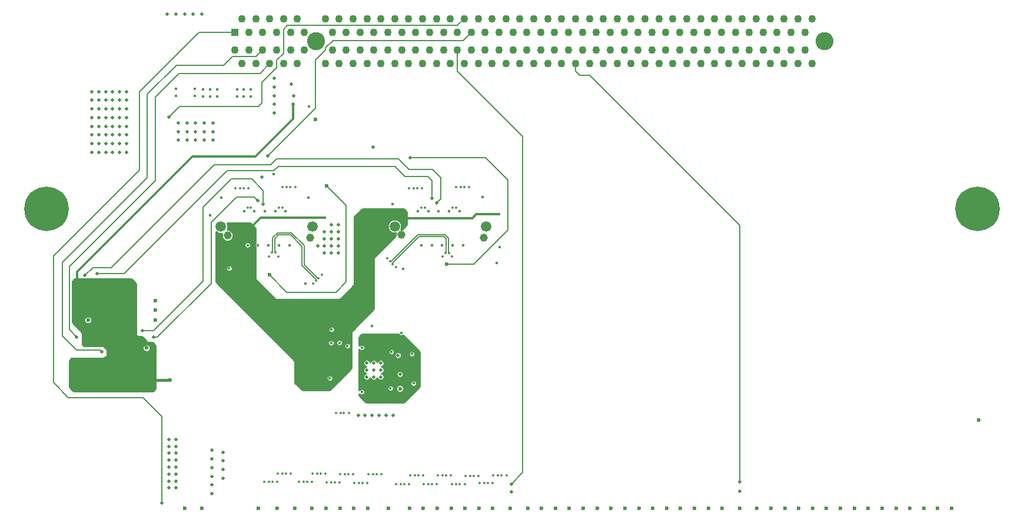
<source format=gbr>
%TF.GenerationSoftware,KiCad,Pcbnew,(5.1.5)-3*%
%TF.CreationDate,2022-01-08T01:18:32+01:00*%
%TF.ProjectId,Riser Leopard 2OU PCIe x16 2xOculink,52697365-7220-44c6-956f-706172642032,rev?*%
%TF.SameCoordinates,PX459e440PY54cbc38*%
%TF.FileFunction,Copper,L3,Inr*%
%TF.FilePolarity,Positive*%
%FSLAX46Y46*%
G04 Gerber Fmt 4.6, Leading zero omitted, Abs format (unit mm)*
G04 Created by KiCad (PCBNEW (5.1.5)-3) date 2022-01-08 01:18:32*
%MOMM*%
%LPD*%
G04 APERTURE LIST*
%TA.AperFunction,ViaPad*%
%ADD10C,0.800000*%
%TD*%
%TA.AperFunction,ViaPad*%
%ADD11C,6.400000*%
%TD*%
%TA.AperFunction,WasherPad*%
%ADD12C,2.600000*%
%TD*%
%TA.AperFunction,ViaPad*%
%ADD13R,1.100000X1.100000*%
%TD*%
%TA.AperFunction,ViaPad*%
%ADD14C,1.100000*%
%TD*%
%TA.AperFunction,ViaPad*%
%ADD15C,1.500000*%
%TD*%
%TA.AperFunction,WasherPad*%
%ADD16C,1.150000*%
%TD*%
%TA.AperFunction,ViaPad*%
%ADD17C,0.400000*%
%TD*%
%TA.AperFunction,ViaPad*%
%ADD18C,0.500000*%
%TD*%
%TA.AperFunction,ViaPad*%
%ADD19C,0.600000*%
%TD*%
%TA.AperFunction,ViaPad*%
%ADD20C,0.350000*%
%TD*%
%TA.AperFunction,Conductor*%
%ADD21C,0.300000*%
%TD*%
%TA.AperFunction,Conductor*%
%ADD22C,0.400000*%
%TD*%
%TA.AperFunction,Conductor*%
%ADD23C,0.200000*%
%TD*%
%TA.AperFunction,Conductor*%
%ADD24C,0.152400*%
%TD*%
%TA.AperFunction,Conductor*%
%ADD25C,0.254000*%
%TD*%
G04 APERTURE END LIST*
D10*
%TO.N,GND*%
%TO.C,H1*%
X1697056Y1697056D03*
X0Y2400000D03*
X-1697056Y1697056D03*
X-2400000Y0D03*
X-1697056Y-1697056D03*
X0Y-2400000D03*
X1697056Y-1697056D03*
X2400000Y0D03*
D11*
X0Y0D03*
%TD*%
%TO.N,GND*%
%TO.C,H2*%
X133900000Y0D03*
D10*
X136300000Y0D03*
X135597056Y-1697056D03*
X133900000Y-2400000D03*
X132202944Y-1697056D03*
X131500000Y0D03*
X132202944Y1697056D03*
X133900000Y2400000D03*
X135597056Y1697056D03*
%TD*%
D12*
%TO.N,*%
%TO.C,J2*%
X38740000Y24165000D03*
X111890000Y24165000D03*
D13*
%TO.N,/PCIE_SLOT_PRSNT#1*%
X27090000Y25415000D03*
D14*
%TO.N,+12V*%
X28090000Y27415000D03*
X29090000Y25415000D03*
%TO.N,GND*%
X30090000Y27415000D03*
%TO.N,Net-(J2-PadA5)*%
X31090000Y25415000D03*
%TO.N,Net-(J2-PadA6)*%
X32090000Y27415000D03*
%TO.N,Net-(J2-PadA7)*%
X33090000Y25415000D03*
%TO.N,Net-(J2-PadA8)*%
X34090000Y27415000D03*
%TO.N,+3V3*%
X35090000Y25415000D03*
X36090000Y27415000D03*
%TO.N,/RST_PERST0_N*%
X37090000Y25415000D03*
%TO.N,GND*%
X40090000Y27415000D03*
%TO.N,/CLK100_SLOT0+*%
X41090000Y25415000D03*
%TO.N,/CLK100_SLOT0-*%
X42090000Y27415000D03*
%TO.N,GND*%
X43090000Y25415000D03*
%TO.N,/CPU0_RX0+*%
X44090000Y27415000D03*
%TO.N,/CPU0_RX0-*%
X45090000Y25415000D03*
%TO.N,GND*%
X46090000Y27415000D03*
%TO.N,Net-(J2-PadA19)*%
X47090000Y25415000D03*
%TO.N,GND*%
X48090000Y27415000D03*
%TO.N,/CPU0_RX1+*%
X49090000Y25415000D03*
%TO.N,/CPU0_RX1-*%
X50090000Y27415000D03*
%TO.N,GND*%
X51090000Y25415000D03*
X52090000Y27415000D03*
%TO.N,/CPU0_RX2+*%
X53090000Y25415000D03*
%TO.N,/CPU0_RX2-*%
X54090000Y27415000D03*
%TO.N,GND*%
X55090000Y25415000D03*
X56090000Y27415000D03*
%TO.N,/CPU0_RX3+*%
X57090000Y25415000D03*
%TO.N,/CPU0_RX3-*%
X58090000Y27415000D03*
%TO.N,GND*%
X59090000Y25415000D03*
%TO.N,/LAN_SMB_CLK*%
X60090000Y27415000D03*
%TO.N,/LAN_SMB_DAT*%
X61090000Y25415000D03*
%TO.N,GND*%
X62090000Y27415000D03*
%TO.N,/CPU0_RX4+*%
X63090000Y25415000D03*
%TO.N,/CPU0_RX4-*%
X64090000Y27415000D03*
%TO.N,GND*%
X65090000Y25415000D03*
X66090000Y27415000D03*
%TO.N,/CPU0_RX5+*%
X67090000Y25415000D03*
%TO.N,/CPU0_RX5-*%
X68090000Y27415000D03*
%TO.N,GND*%
X69090000Y25415000D03*
X70090000Y27415000D03*
%TO.N,/CPU0_RX6+*%
X71090000Y25415000D03*
%TO.N,/CPU0_RX6-*%
X72090000Y27415000D03*
%TO.N,GND*%
X73090000Y25415000D03*
X74090000Y27415000D03*
%TO.N,/CPU0_RX7+*%
X75090000Y25415000D03*
%TO.N,/CPU0_RX7-*%
X76090000Y27415000D03*
%TO.N,GND*%
X77090000Y25415000D03*
X78090000Y27415000D03*
X79090000Y25415000D03*
%TO.N,/CPU0_RX8+*%
X80090000Y27415000D03*
%TO.N,/CPU0_RX8-*%
X81090000Y25415000D03*
%TO.N,GND*%
X82090000Y27415000D03*
X83090000Y25415000D03*
%TO.N,/CPU0_RX9+*%
X84090000Y27415000D03*
%TO.N,/CPU0_RX9-*%
X85090000Y25415000D03*
%TO.N,GND*%
X86090000Y27415000D03*
X87090000Y25415000D03*
%TO.N,/CPU0_RX10+*%
X88090000Y27415000D03*
%TO.N,/CPU0_RX10-*%
X89090000Y25415000D03*
%TO.N,GND*%
X90090000Y27415000D03*
X91090000Y25415000D03*
%TO.N,/CPU0_RX11+*%
X92090000Y27415000D03*
%TO.N,/CPU0_RX11-*%
X93090000Y25415000D03*
%TO.N,GND*%
X94090000Y27415000D03*
X95090000Y25415000D03*
%TO.N,/CPU0_RX12+*%
X96090000Y27415000D03*
%TO.N,/CPU0_RX12-*%
X97090000Y25415000D03*
%TO.N,GND*%
X98090000Y27415000D03*
X99090000Y25415000D03*
%TO.N,/CPU0_RX13+*%
X100090000Y27415000D03*
%TO.N,/CPU0_RX13-*%
X101090000Y25415000D03*
%TO.N,GND*%
X102090000Y27415000D03*
X103090000Y25415000D03*
%TO.N,/CPU0_RX14+*%
X104090000Y27415000D03*
%TO.N,/CPU0_RX14-*%
X105090000Y25415000D03*
%TO.N,GND*%
X106090000Y27415000D03*
X107090000Y25415000D03*
%TO.N,/CPU0_RX15+*%
X108090000Y27415000D03*
%TO.N,/CPU0_RX15-*%
X109090000Y25415000D03*
%TO.N,+12V*%
X27090000Y22915000D03*
X28090000Y20915000D03*
X29090000Y22915000D03*
%TO.N,GND*%
X30090000Y20915000D03*
%TO.N,/PCIe_SMB_CLK*%
X31090000Y22915000D03*
%TO.N,/PCIe_SMB_DATA*%
X32090000Y20915000D03*
%TO.N,GND*%
X33090000Y22915000D03*
%TO.N,+3V3*%
X34090000Y20915000D03*
%TO.N,Net-(J2-PadB9)*%
X35090000Y22915000D03*
%TO.N,+3.3Vaux*%
X36090000Y20915000D03*
%TO.N,/IRQ_LVC_WAKE_N*%
X37090000Y22915000D03*
%TO.N,/LAN_SMB_ALERT_N*%
X40090000Y20915000D03*
%TO.N,GND*%
X41090000Y22915000D03*
%TO.N,/CPU0_TX0+*%
X42090000Y20915000D03*
%TO.N,/CPU0_TX0-*%
X43090000Y22915000D03*
%TO.N,GND*%
X44090000Y20915000D03*
%TO.N,Net-(J2-PadB17)*%
X45090000Y22915000D03*
%TO.N,GND*%
X46090000Y20915000D03*
%TO.N,/CPU0_TX1+*%
X47090000Y22915000D03*
%TO.N,/CPU0_TX1-*%
X48090000Y20915000D03*
%TO.N,GND*%
X49090000Y22915000D03*
X50090000Y20915000D03*
%TO.N,/CPU0_TX2+*%
X51090000Y22915000D03*
%TO.N,/CPU0_TX2-*%
X52090000Y20915000D03*
%TO.N,GND*%
X53090000Y22915000D03*
X54090000Y20915000D03*
%TO.N,/CPU0_TX3+*%
X55090000Y22915000D03*
%TO.N,/CPU0_TX3-*%
X56090000Y20915000D03*
%TO.N,GND*%
X57090000Y22915000D03*
%TO.N,Net-(J2-PadB30)*%
X58090000Y20915000D03*
%TO.N,/PCIE_SLOT1_PRSNT_x1x4*%
X59090000Y22915000D03*
%TO.N,/CPU0_TX4+*%
X61090000Y22915000D03*
%TO.N,/CPU0_TX4-*%
X62090000Y20915000D03*
%TO.N,GND*%
X63090000Y22915000D03*
X64090000Y20915000D03*
%TO.N,/CPU0_TX5+*%
X65090000Y22915000D03*
%TO.N,/CPU0_TX5-*%
X66090000Y20915000D03*
%TO.N,GND*%
X67090000Y22915000D03*
X68090000Y20915000D03*
%TO.N,/CPU0_TX6+*%
X69090000Y22915000D03*
%TO.N,/CPU0_TX6-*%
X70090000Y20915000D03*
%TO.N,GND*%
X71090000Y22915000D03*
X72090000Y20915000D03*
%TO.N,/CPU0_TX7+*%
X73090000Y22915000D03*
%TO.N,/CPU0_TX7-*%
X74090000Y20915000D03*
%TO.N,GND*%
X75090000Y22915000D03*
%TO.N,/PCIE_SLOT1_PRSNT_x8*%
X76090000Y20915000D03*
%TO.N,GND*%
X77090000Y22915000D03*
%TO.N,/CPU0_TX8+*%
X78090000Y20915000D03*
%TO.N,/CPU0_TX8-*%
X79090000Y22915000D03*
%TO.N,GND*%
X80090000Y20915000D03*
X81090000Y22915000D03*
%TO.N,/CPU0_TX9+*%
X82090000Y20915000D03*
%TO.N,/CPU0_TX9-*%
X83090000Y22915000D03*
%TO.N,GND*%
X84090000Y20915000D03*
X85090000Y22915000D03*
%TO.N,/CPU0_TX10+*%
X86090000Y20915000D03*
%TO.N,/CPU0_TX10-*%
X87090000Y22915000D03*
%TO.N,GND*%
X88090000Y20915000D03*
X89090000Y22915000D03*
%TO.N,/CPU0_TX11+*%
X90090000Y20915000D03*
%TO.N,/CPU0_TX11-*%
X91090000Y22915000D03*
%TO.N,GND*%
X92090000Y20915000D03*
X93090000Y22915000D03*
%TO.N,/CPU0_TX12+*%
X94090000Y20915000D03*
%TO.N,/CPU0_TX12-*%
X95090000Y22915000D03*
%TO.N,GND*%
X96090000Y20915000D03*
X97090000Y22915000D03*
%TO.N,/CPU0_TX13+*%
X98090000Y20915000D03*
%TO.N,/CPU0_TX13-*%
X99090000Y22915000D03*
%TO.N,GND*%
X100090000Y20915000D03*
X101090000Y22915000D03*
%TO.N,/CPU0_TX14+*%
X102090000Y20915000D03*
%TO.N,/CPU0_TX14-*%
X103090000Y22915000D03*
%TO.N,GND*%
X104090000Y20915000D03*
X105090000Y22915000D03*
%TO.N,/CPU0_TX15+*%
X106090000Y20915000D03*
%TO.N,/CPU0_TX15-*%
X107090000Y22915000D03*
%TO.N,GND*%
X108090000Y20915000D03*
%TO.N,/PCIE_SLOT1_PRSNT_x16*%
X109090000Y22915000D03*
%TO.N,GND*%
X60090000Y20915000D03*
X110090000Y27415000D03*
%TO.N,Net-(J2-PadB82)*%
X110090000Y20915000D03*
%TD*%
D15*
%TO.N,GND*%
%TO.C,J3*%
X50070000Y-2470000D03*
X63230000Y-2470000D03*
D16*
%TO.N,*%
X51030000Y-3730000D03*
X62930000Y-4090000D03*
%TD*%
%TO.N,*%
%TO.C,J4*%
X37930000Y-4150000D03*
X26030000Y-3790000D03*
D15*
%TO.N,GND*%
X38230000Y-2530000D03*
X25070000Y-2530000D03*
%TD*%
D17*
%TO.N,+12V*%
X65175000Y-5460000D03*
X23525000Y-910000D03*
D18*
X17625000Y-33135000D03*
X18625000Y-33135000D03*
X17625000Y-34135000D03*
X18625000Y-34135000D03*
X17625000Y-35135000D03*
X18625000Y-35135000D03*
X17625000Y-36135000D03*
X18625000Y-36135000D03*
X17625000Y-37135000D03*
X18625000Y-37135000D03*
X17625000Y-38135000D03*
X18625000Y-38135000D03*
X17625000Y-39135000D03*
X18625000Y-39135000D03*
X17625000Y-40135000D03*
X18625000Y-40135000D03*
X6500000Y16915000D03*
X7500000Y16915000D03*
X8500000Y16915000D03*
X9500000Y16915000D03*
X10500000Y16915000D03*
X11500000Y16915000D03*
X6500000Y15665000D03*
X7500000Y15665000D03*
X8500000Y15665000D03*
X9500000Y15665000D03*
X10500000Y15665000D03*
X11500000Y15665000D03*
X6500000Y14415000D03*
X7500000Y14415000D03*
X8500000Y14415000D03*
X9500000Y14415000D03*
X10500000Y14415000D03*
X11500000Y14415000D03*
X6500000Y13165000D03*
X7500000Y13165000D03*
X8500000Y13165000D03*
X9500000Y13165000D03*
X10500000Y13165000D03*
X11500000Y13165000D03*
X6500000Y11915000D03*
X7500000Y11915000D03*
X8500000Y11915000D03*
X9500000Y11915000D03*
X10500000Y11915000D03*
X11500000Y11915000D03*
X6500000Y10665000D03*
X7500000Y10665000D03*
X8500000Y10665000D03*
X9500000Y10665000D03*
X10500000Y10665000D03*
X11500000Y10665000D03*
X6500000Y9415000D03*
X7500000Y9415000D03*
X8500000Y9415000D03*
X9500000Y9415000D03*
X10500000Y9415000D03*
X11500000Y9415000D03*
X6500000Y8165000D03*
X7500000Y8165000D03*
X8500000Y8165000D03*
X9500000Y8165000D03*
X10500000Y8165000D03*
X11500000Y8165000D03*
X39050000Y-5285000D03*
X40975000Y-2285000D03*
X41975000Y-2285000D03*
X39975000Y-3285000D03*
X40975000Y-3285000D03*
X41975000Y-3285000D03*
X39975000Y-4285000D03*
X40975000Y-4285000D03*
X41975000Y-4285000D03*
X39975000Y-5285000D03*
X40975000Y-5285000D03*
X41975000Y-5285000D03*
X39975000Y-6285000D03*
X40975000Y-6285000D03*
X41975000Y-6285000D03*
%TO.N,GND*%
X46050000Y-22160000D03*
D19*
X5950000Y-15985000D03*
X22350000Y-43085000D03*
X19850000Y-43085000D03*
X130200000Y-43085000D03*
X134100000Y-30385000D03*
X128200000Y-43085000D03*
X126200000Y-43085000D03*
X124200000Y-43085000D03*
X122200000Y-43085000D03*
X120200000Y-43085000D03*
X118200000Y-43085000D03*
X116200000Y-43085000D03*
X114200000Y-43085000D03*
X112200000Y-43085000D03*
X110200000Y-43085000D03*
X108200000Y-43085000D03*
X106200000Y-43085000D03*
X104200000Y-43085000D03*
X102200000Y-43085000D03*
X99700000Y-43085000D03*
X97200000Y-43085000D03*
X95200000Y-43085000D03*
X93200000Y-43085000D03*
X91200000Y-43085000D03*
X89200000Y-43085000D03*
X87200000Y-43085000D03*
X85200000Y-43085000D03*
X83200000Y-43085000D03*
X81200000Y-43085000D03*
X79200000Y-43085000D03*
X77200000Y-43085000D03*
X75200000Y-43085000D03*
X73200000Y-43085000D03*
X71200000Y-43085000D03*
X69200000Y-43085000D03*
X66700000Y-43085000D03*
X64200000Y-43085000D03*
X62200000Y-43085000D03*
X60200000Y-43085000D03*
X58200000Y-43085000D03*
X56200000Y-43085000D03*
X54200000Y-43085000D03*
X52200000Y-43085000D03*
X35700000Y-43085000D03*
X33200000Y-43085000D03*
X30450000Y-43085000D03*
X49200000Y-43085000D03*
X46200000Y-43085000D03*
X44200000Y-43085000D03*
X42200000Y-43085000D03*
X40200000Y-43085000D03*
X38200000Y-43085000D03*
X15625000Y-13135000D03*
X50825000Y-25835000D03*
X15625000Y-15985000D03*
D17*
X59390000Y-335000D03*
X57890000Y-335000D03*
X56390000Y-335000D03*
X54890000Y-335000D03*
X53390000Y-335000D03*
X53910000Y-5185000D03*
X55410000Y-5185000D03*
X56910000Y-5185000D03*
X58410000Y-5185000D03*
X59910000Y-5185000D03*
X29890000Y-335000D03*
X28390000Y-335000D03*
X31390000Y-335000D03*
X34390000Y-335000D03*
X32890000Y-335000D03*
X28910000Y-5185000D03*
X30410000Y-5185000D03*
X31910000Y-5185000D03*
X34910000Y-5185000D03*
X33410000Y-5185000D03*
X52550000Y-20835000D03*
X51025000Y-17810000D03*
X52800000Y-25060000D03*
X40725000Y-24335000D03*
X45325000Y-26310000D03*
X49450000Y-25785000D03*
X45325000Y-19935000D03*
X49600000Y-20535000D03*
X46825000Y-16810000D03*
X26250000Y-8535000D03*
X25125000Y1640000D03*
X37675000Y1665000D03*
X62750000Y1715000D03*
X51275000Y-8585000D03*
X64775000Y-7785000D03*
X37700000Y14740000D03*
X27375000Y17215000D03*
X28375000Y17215000D03*
X29375000Y17215000D03*
X27375000Y16215000D03*
X28375000Y16215000D03*
X29375000Y16215000D03*
X22500000Y16240000D03*
X23500000Y17240000D03*
X23500000Y16240000D03*
X24500000Y16240000D03*
X24500000Y17240000D03*
X22500000Y17240000D03*
X18600000Y17265000D03*
X18600000Y16265000D03*
X21350000Y17265000D03*
X21350000Y16265000D03*
D19*
X14350000Y-19985000D03*
X15625000Y-14535000D03*
D17*
X49775000Y715000D03*
D18*
X17350000Y28090000D03*
X18600000Y28090000D03*
X19850000Y28090000D03*
X21100000Y28090000D03*
X22350000Y28090000D03*
X47050000Y-22160000D03*
X48050000Y-22160000D03*
X46050000Y-23160000D03*
X47050000Y-23160000D03*
X48050000Y-23160000D03*
X46050000Y-24160000D03*
X47050000Y-24160000D03*
X48050000Y-24160000D03*
D17*
X40975000Y-17335000D03*
X43275000Y-19685000D03*
X42125000Y-19235000D03*
X40925000Y-19260000D03*
D18*
X44825000Y-29660000D03*
X45825000Y-29660000D03*
X46825000Y-29660000D03*
X47825000Y-29660000D03*
X48825000Y-29660000D03*
X49825000Y-29660000D03*
D17*
X37200000Y-10760000D03*
D20*
X31300000Y-39260000D03*
X33175000Y-39260000D03*
X33275000Y-38060000D03*
X35150000Y-38060000D03*
X36275000Y-39285000D03*
X38150000Y-39285000D03*
X40125000Y-38085000D03*
X38250000Y-38085000D03*
X40275000Y-39360000D03*
X42150000Y-39360000D03*
X44125000Y-38160000D03*
X42250000Y-38160000D03*
X44275000Y-39410000D03*
X46150000Y-39410000D03*
X46275000Y-38160000D03*
X48150000Y-38160000D03*
X52275000Y-38335000D03*
X60275000Y-38385000D03*
X52125000Y-39585000D03*
X58275000Y-39560000D03*
X60150000Y-39560000D03*
X54275000Y-39560000D03*
X58150000Y-38335000D03*
X54150000Y-38335000D03*
X56150000Y-39560000D03*
X50250000Y-39585000D03*
X56275000Y-38335000D03*
X62150000Y-38385000D03*
X64150000Y-39460000D03*
X62275000Y-39460000D03*
X66150000Y-38360000D03*
X64275000Y-38360000D03*
X43525000Y-29385000D03*
X41650000Y-29385000D03*
X27150000Y2965000D03*
X29025000Y2965000D03*
X35775000Y3140000D03*
X33900000Y3140000D03*
X52150000Y2965000D03*
X54025000Y2965000D03*
X58875000Y3140000D03*
X60750000Y3140000D03*
X57000000Y-6860000D03*
X58300000Y-6860000D03*
X33300000Y-6785000D03*
X32000000Y-6785000D03*
X38300000Y-10735000D03*
X39625000Y-9485000D03*
X50250000Y-8385000D03*
X49000000Y-7060000D03*
D18*
%TO.N,+3V3*%
X25400000Y-34985000D03*
X50550000Y-21035000D03*
X50825000Y-23760000D03*
X40950000Y-22060000D03*
X42100000Y-22060000D03*
X43250000Y-22060000D03*
D17*
X65050000Y-735000D03*
X40025000Y-1210000D03*
X32675000Y5015000D03*
D18*
X32775000Y13815000D03*
X32775000Y15065000D03*
X32775000Y16315000D03*
X32775000Y17565000D03*
X32775000Y18815000D03*
X18925000Y12415000D03*
X20175000Y12415000D03*
X21425000Y12415000D03*
X22675000Y12415000D03*
X23925000Y12415000D03*
X18925000Y11165000D03*
X20175000Y11165000D03*
X21425000Y11165000D03*
X22675000Y11165000D03*
X23925000Y11165000D03*
X18925000Y9915000D03*
X20175000Y9915000D03*
X21425000Y9915000D03*
X22675000Y9915000D03*
X23925000Y9915000D03*
X23775000Y-34710000D03*
X23775000Y-35960000D03*
X23775000Y-37210000D03*
X23775000Y-38460000D03*
X23775000Y-39710000D03*
X23775000Y-40960000D03*
X25400000Y-36235000D03*
X25400000Y-37485000D03*
X25400000Y-38735000D03*
X39700000Y-22335000D03*
X39700000Y-23335000D03*
X39700000Y-24335000D03*
X39700000Y-25335000D03*
X38675000Y-23335000D03*
X38675000Y-24335000D03*
D17*
X25350000Y-10235000D03*
D18*
X44800000Y-5060000D03*
X45800000Y-5060000D03*
X46800000Y-5060000D03*
X44800000Y-6060000D03*
X45800000Y-6060000D03*
X46800000Y-6060000D03*
X46800000Y-4060000D03*
X45800000Y-4060000D03*
X44800000Y-4060000D03*
D17*
X48000000Y-2685000D03*
D18*
%TO.N,+3.3Vaux*%
X35200000Y17990000D03*
D19*
X14800000Y-24585000D03*
X10300000Y-24585000D03*
X9550000Y-11385000D03*
X10850000Y-11385000D03*
X8250000Y-11385000D03*
X6950000Y-11385000D03*
X5650000Y-11385000D03*
X4350000Y-11385000D03*
X6650000Y-25385000D03*
X7975000Y-25435000D03*
D18*
X35500000Y16315000D03*
X35475000Y15140000D03*
D19*
X9300000Y-25435000D03*
X4100000Y-22785000D03*
X17800000Y-24585000D03*
D18*
%TO.N,/SLOT0_CONFIG*%
X66875000Y-40685000D03*
%TO.N,/SLOT1_CONFIG*%
X99700000Y-40610000D03*
%TO.N,/LAN_SMB_CLK*%
X17600000Y13265000D03*
%TO.N,/LAN_SMB_DAT*%
X31825000Y7640000D03*
D19*
%TO.N,/LAN_SMB_ALERT_N*%
X38700000Y12890000D03*
D18*
%TO.N,/PCIE_SLOT1_PRSNT_x8*%
X99750000Y-39210000D03*
%TO.N,/PCIE_SLOT1_PRSNT_x1x4*%
X66850000Y-39585000D03*
%TO.N,/PCIE_SLOT_PRSNT#1*%
X16600000Y-42335000D03*
%TO.N,/RST_PERST0_N*%
X30950000Y4640000D03*
X46950000Y8915000D03*
D20*
%TO.N,/CLK100_SLOT1+*%
X42273800Y-29385000D03*
%TO.N,/CLK100_SLOT1-*%
X42776200Y-29385000D03*
D18*
%TO.N,/PCIe_SMB_CLK*%
X7975000Y-20560000D03*
%TO.N,/PCIe_SMB_DATA*%
X4325000Y-18385000D03*
D20*
%TO.N,/Oculink_0_C_x4_TX0+*%
X27823800Y2965000D03*
X31948800Y-39260000D03*
%TO.N,/Oculink_0_C_x4_TX1+*%
X28898800Y240000D03*
X36948800Y-39285000D03*
%TO.N,/Oculink_0_C_x4_TX2+*%
X33398800Y240000D03*
X40948800Y-39360000D03*
%TO.N,/Oculink_0_C_x4_TX3+*%
X34563800Y3140000D03*
X44948800Y-39410000D03*
%TO.N,/Oculink_0_C_x4_TX0-*%
X28326200Y2965000D03*
X32451200Y-39260000D03*
%TO.N,/Oculink_0_C_x4_TX1-*%
X29401200Y240000D03*
X37451200Y-39285000D03*
%TO.N,/Oculink_0_C_x4_TX2-*%
X33901200Y240000D03*
X41451200Y-39360000D03*
%TO.N,/Oculink_0_C_x4_TX3-*%
X35066200Y3140000D03*
X45451200Y-39410000D03*
D18*
%TO.N,+3.3VP*%
X48800000Y-19885000D03*
X46800000Y-18735000D03*
X46800000Y-19510000D03*
X49350000Y-19410000D03*
X46475000Y-26710000D03*
X47525000Y-26735000D03*
X49200000Y-26685000D03*
X52225000Y-22685000D03*
X53450000Y-23285000D03*
D20*
%TO.N,/Oculink_1_C_x4_TX0+*%
X50948800Y-39585000D03*
X52823800Y2965000D03*
%TO.N,/Oculink_1_C_x4_TX1+*%
X53898800Y240000D03*
X54948800Y-39560000D03*
%TO.N,/Oculink_1_C_x4_TX2+*%
X58948800Y-39560000D03*
X58398800Y240000D03*
%TO.N,/Oculink_1_C_x4_TX3+*%
X59563800Y3140000D03*
X62948800Y-39460000D03*
%TO.N,/Oculink_1_C_x4_TX0-*%
X51451200Y-39585000D03*
X53326200Y2965000D03*
%TO.N,/Oculink_1_C_x4_TX1-*%
X54401200Y240000D03*
X55451200Y-39560000D03*
%TO.N,/Oculink_1_C_x4_TX2-*%
X59451200Y-39560000D03*
X58901200Y240000D03*
%TO.N,/Oculink_1_C_x4_TX3-*%
X60066200Y3140000D03*
X63451200Y-39460000D03*
%TO.N,/Oculink_0_x4_RX0+*%
X33948800Y-38060000D03*
%TO.N,/Oculink_0_x4_RX0-*%
X34451200Y-38060000D03*
%TO.N,/Oculink_0_x4_RX1+*%
X38948800Y-38085000D03*
%TO.N,/Oculink_0_x4_RX1-*%
X39451200Y-38085000D03*
%TO.N,/Oculink_0_x4_RX2+*%
X42948800Y-38135000D03*
%TO.N,/Oculink_0_x4_RX2-*%
X43451200Y-38135000D03*
%TO.N,/Oculink_0_x4_RX3+*%
X46948800Y-38160000D03*
%TO.N,/Oculink_0_x4_RX3-*%
X47451200Y-38160000D03*
%TO.N,/Oculink_1_x4_RX0+*%
X52948800Y-38335000D03*
%TO.N,/Oculink_1_x4_RX0-*%
X53451200Y-38335000D03*
%TO.N,/Oculink_1_x4_RX1+*%
X56948800Y-38335000D03*
%TO.N,/Oculink_1_x4_RX1-*%
X57451200Y-38335000D03*
%TO.N,/Oculink_1_x4_RX2+*%
X60948800Y-38385000D03*
%TO.N,/Oculink_1_x4_RX2-*%
X61451200Y-38385000D03*
%TO.N,/Oculink_1_x4_RX3+*%
X64948800Y-38360000D03*
%TO.N,/Oculink_1_x4_RX3-*%
X65451200Y-38360000D03*
D19*
%TO.N,Net-(J3-PadA10)*%
X57550000Y-7960000D03*
D18*
X52325000Y7365000D03*
D20*
%TO.N,/Oculink_1_CLK100+*%
X57398800Y-6285000D03*
X49777626Y-7887626D03*
%TO.N,/Oculink_1_CLK100-*%
X57901200Y-6285000D03*
X49422374Y-7532374D03*
D18*
%TO.N,/Oculink_1_SMB_CLK*%
X55400000Y1590000D03*
X7275000Y-9310000D03*
%TO.N,/Oculink_1_SMB_DATA*%
X56150000Y915000D03*
X5525000Y-9535000D03*
%TO.N,/Oculink_0_SMB_DATA*%
X13775000Y-17535000D03*
X31175000Y740000D03*
%TO.N,/Oculink_0_SMB_CLK*%
X30400000Y1215000D03*
X15375000Y-18435000D03*
D20*
%TO.N,/Oculink_0_CLK100-*%
X32901200Y-6235000D03*
X38772374Y-10287626D03*
%TO.N,/Oculink_0_CLK100+*%
X32398800Y-6235000D03*
X39127626Y-9932374D03*
D19*
%TO.N,Net-(J4-PadA10)*%
X32075000Y-9485000D03*
X40300000Y3340000D03*
%TD*%
D21*
%TO.N,+3V3*%
X40025000Y-1210000D02*
X30775000Y-1210000D01*
X30775000Y-1210000D02*
X25350000Y-6635000D01*
X25350000Y-6635000D02*
X25350000Y-10235000D01*
X61825000Y-735000D02*
X61250000Y-1310000D01*
X61250000Y-1310000D02*
X50975000Y-1310000D01*
X50975000Y-1310000D02*
X50550000Y-885000D01*
X50550000Y-885000D02*
X49375000Y-885000D01*
X61825000Y-735000D02*
X65050000Y-735000D01*
X49375000Y-885000D02*
X49125000Y-885000D01*
X49125000Y-885000D02*
X48000000Y-2010000D01*
X48000000Y-2010000D02*
X48000000Y-2685000D01*
D22*
%TO.N,+3.3Vaux*%
X14800000Y-24585000D02*
X17125000Y-24585000D01*
D21*
X35475000Y15140000D02*
X35475000Y12965000D01*
X35475000Y12965000D02*
X30075000Y7565000D01*
X30075000Y7565000D02*
X20975000Y7565000D01*
X4350000Y-9060000D02*
X4350000Y-11385000D01*
X20975000Y7565000D02*
X4350000Y-9060000D01*
D22*
X17125000Y-24585000D02*
X17800000Y-24585000D01*
D23*
%TO.N,/LAN_SMB_CLK*%
X17600000Y13265000D02*
X19100000Y14765000D01*
X19100000Y14765000D02*
X30475000Y14765000D01*
X30475000Y14765000D02*
X30975000Y15265000D01*
X30975000Y15265000D02*
X30975000Y18215000D01*
X30975000Y18215000D02*
X33100000Y20340000D01*
X33100000Y20340000D02*
X33100000Y21440000D01*
X33100000Y21440000D02*
X34075000Y22415000D01*
X34075000Y22415000D02*
X34075000Y25890000D01*
X34075000Y25890000D02*
X34600000Y26415000D01*
X59090000Y26415000D02*
X60090000Y27415000D01*
X34600000Y26415000D02*
X59090000Y26415000D01*
%TO.N,/LAN_SMB_DAT*%
X61090000Y25415000D02*
X59915000Y24240000D01*
X59915000Y24240000D02*
X41175000Y24240000D01*
X41175000Y24240000D02*
X40150000Y23215000D01*
X40150000Y23215000D02*
X40150000Y22890000D01*
X38700000Y21440000D02*
X38700000Y14515000D01*
X40150000Y22890000D02*
X38700000Y21440000D01*
X38700000Y14515000D02*
X31825000Y7640000D01*
%TO.N,/PCIE_SLOT1_PRSNT_x8*%
X99750000Y-39210000D02*
X99750000Y-2335000D01*
X99750000Y-2335000D02*
X78150000Y19265000D01*
X78150000Y19265000D02*
X76700000Y19265000D01*
X76090000Y19875000D02*
X76090000Y20915000D01*
X76700000Y19265000D02*
X76090000Y19875000D01*
%TO.N,/PCIE_SLOT1_PRSNT_x1x4*%
X59090000Y19850000D02*
X59090000Y22915000D01*
X68500000Y10440000D02*
X59090000Y19850000D01*
X66850000Y-39585000D02*
X68500000Y-37935000D01*
X68500000Y-37935000D02*
X68500000Y10440000D01*
%TO.N,/PCIE_SLOT_PRSNT#1*%
X16600000Y-31310000D02*
X16600000Y-29885000D01*
X16600000Y-29885000D02*
X13825000Y-27110000D01*
X13825000Y-27110000D02*
X3150000Y-27110000D01*
X3150000Y-27110000D02*
X1025000Y-24985000D01*
X1025000Y-24985000D02*
X1025000Y-6760000D01*
X1025000Y-6760000D02*
X13375000Y5590000D01*
X13375000Y5590000D02*
X13375000Y16840000D01*
X21950000Y25415000D02*
X27090000Y25415000D01*
X13375000Y16840000D02*
X21950000Y25415000D01*
X16600000Y-41981447D02*
X16600000Y-31310000D01*
X16600000Y-42335000D02*
X16600000Y-41981447D01*
%TO.N,/PCIe_SMB_CLK*%
X2250000Y-18235000D02*
X4325000Y-20310000D01*
X4325000Y-20310000D02*
X7725001Y-20310001D01*
X2250000Y-7685000D02*
X2250000Y-18235000D01*
X31090000Y22915000D02*
X30115000Y21940000D01*
X30115000Y21940000D02*
X26725000Y21940000D01*
X14462500Y4527500D02*
X2250000Y-7685000D01*
X25500000Y20715000D02*
X18650000Y20715000D01*
X14462500Y16527500D02*
X14462500Y4527500D01*
X26725000Y21940000D02*
X25500000Y20715000D01*
X7725001Y-20310001D02*
X7975000Y-20560000D01*
X18650000Y20715000D02*
X14462500Y16527500D01*
%TO.N,/PCIe_SMB_DATA*%
X3300000Y-17360000D02*
X4325000Y-18385000D01*
X3300000Y-8235000D02*
X3300000Y-17360000D01*
X30690000Y19515000D02*
X19000000Y19515000D01*
X32090000Y20915000D02*
X30690000Y19515000D01*
X19000000Y19515000D02*
X15612500Y16127500D01*
X15612500Y16127500D02*
X15612500Y4077500D01*
X15612500Y4077500D02*
X3300000Y-8235000D01*
%TO.N,Net-(J3-PadA10)*%
X66400000Y-2985000D02*
X61425000Y-7960000D01*
X66400000Y4140000D02*
X66400000Y-2985000D01*
X61425000Y-7960000D02*
X57550000Y-7960000D01*
X52325000Y7365000D02*
X63175000Y7365000D01*
X63175000Y7365000D02*
X66400000Y4140000D01*
D24*
%TO.N,/Oculink_1_CLK100+*%
X57497600Y-6186200D02*
X57497600Y-4323128D01*
X57497600Y-4323128D02*
X57161872Y-3987400D01*
X57398800Y-6285000D02*
X57497600Y-6186200D01*
X53538127Y-3987400D02*
X49777626Y-7747901D01*
X49777626Y-7747901D02*
X49777626Y-7887626D01*
X57161872Y-3987400D02*
X53538127Y-3987400D01*
%TO.N,/Oculink_1_CLK100-*%
X49562099Y-7532374D02*
X49422374Y-7532374D01*
X57802400Y-4196872D02*
X57288128Y-3682600D01*
X57901200Y-6285000D02*
X57802400Y-6186200D01*
X57802400Y-6186200D02*
X57802400Y-4196872D01*
X57288128Y-3682600D02*
X53411873Y-3682600D01*
X53411873Y-3682600D02*
X49562099Y-7532374D01*
D23*
%TO.N,/Oculink_1_SMB_CLK*%
X55400000Y3490000D02*
X55400000Y1590000D01*
X55400000Y4090000D02*
X55400000Y3490000D01*
X54825000Y4665000D02*
X55400000Y4090000D01*
X51575000Y4665000D02*
X54825000Y4665000D01*
X50100000Y6140000D02*
X51575000Y4665000D01*
X11150000Y-9310000D02*
X26000000Y5540000D01*
X32700000Y5540000D02*
X33300000Y6140000D01*
X7275000Y-9310000D02*
X11150000Y-9310000D01*
X26000000Y5540000D02*
X32700000Y5540000D01*
X33300000Y6140000D02*
X50100000Y6140000D01*
%TO.N,/Oculink_1_SMB_DATA*%
X56725000Y4490000D02*
X56725000Y1490000D01*
X55550000Y5665000D02*
X56725000Y4490000D01*
X52150000Y5665000D02*
X55550000Y5665000D01*
X6650000Y-8410000D02*
X9300000Y-8410000D01*
X33050000Y7215000D02*
X50600000Y7215000D01*
X32225000Y6390000D02*
X33050000Y7215000D01*
X5525000Y-9535000D02*
X6650000Y-8410000D01*
X56725000Y1490000D02*
X56150000Y915000D01*
X50600000Y7215000D02*
X52150000Y5665000D01*
X9300000Y-8410000D02*
X24100000Y6390000D01*
X24100000Y6390000D02*
X32225000Y6390000D01*
%TO.N,/Oculink_0_SMB_DATA*%
X31175000Y740000D02*
X31175000Y2640000D01*
X31175000Y2640000D02*
X29500000Y4315000D01*
X29500000Y4315000D02*
X26525000Y4315000D01*
X26525000Y4315000D02*
X22525000Y315000D01*
X22525000Y315000D02*
X22525000Y-10360000D01*
X15350000Y-17535000D02*
X13775000Y-17535000D01*
X22525000Y-10360000D02*
X15350000Y-17535000D01*
%TO.N,/Oculink_0_SMB_CLK*%
X15925000Y-18435000D02*
X23675000Y-10685000D01*
X23675000Y-10685000D02*
X23675000Y-1885000D01*
X23675000Y-1885000D02*
X27300000Y1740000D01*
X27300000Y1740000D02*
X29875000Y1740000D01*
X29875000Y1740000D02*
X30400000Y1215000D01*
X15375000Y-18435000D02*
X15925000Y-18435000D01*
D24*
%TO.N,/Oculink_0_CLK100-*%
X38772374Y-10147901D02*
X38772374Y-10287626D01*
X36747600Y-5373127D02*
X36747600Y-8123127D01*
X35086873Y-3712400D02*
X36747600Y-5373127D01*
X33363128Y-3712400D02*
X35086873Y-3712400D01*
X32802400Y-4273128D02*
X33363128Y-3712400D01*
X36747600Y-8123127D02*
X38772374Y-10147901D01*
X32901200Y-6235000D02*
X32802400Y-6136200D01*
X32802400Y-6136200D02*
X32802400Y-4273128D01*
%TO.N,/Oculink_0_CLK100+*%
X32497600Y-4146872D02*
X33236872Y-3407600D01*
X37052400Y-5246873D02*
X37052400Y-7996873D01*
X32398800Y-6235000D02*
X32497600Y-6136200D01*
X32497600Y-6136200D02*
X32497600Y-4146872D01*
X38987901Y-9932374D02*
X39127626Y-9932374D01*
X33236872Y-3407600D02*
X35213128Y-3407601D01*
X35213128Y-3407601D02*
X37052400Y-5246873D01*
X37052400Y-7996873D02*
X38987901Y-9932374D01*
D23*
%TO.N,Net-(J4-PadA10)*%
X43075000Y-10485000D02*
X43075000Y565000D01*
X41600000Y-11960000D02*
X43075000Y-10485000D01*
X43075000Y565000D02*
X40300000Y3340000D01*
X32075000Y-9485000D02*
X34550000Y-11960000D01*
X34550000Y-11960000D02*
X41600000Y-11960000D01*
%TD*%
D25*
%TO.N,+3.3VP*%
G36*
X50672355Y-18099408D02*
G01*
X50735592Y-18162645D01*
X50809950Y-18212330D01*
X50892573Y-18246553D01*
X50980285Y-18264000D01*
X51069715Y-18264000D01*
X51157427Y-18246553D01*
X51240050Y-18212330D01*
X51274623Y-18189229D01*
X53577532Y-20492138D01*
X53648000Y-20662263D01*
X53648000Y-25457737D01*
X53577532Y-25627862D01*
X51492862Y-27712532D01*
X51322737Y-27783000D01*
X46027263Y-27783000D01*
X45857138Y-27712532D01*
X45047468Y-26902862D01*
X44977000Y-26732737D01*
X44977000Y-26604053D01*
X45035592Y-26662645D01*
X45109950Y-26712330D01*
X45192573Y-26746553D01*
X45280285Y-26764000D01*
X45369715Y-26764000D01*
X45457427Y-26746553D01*
X45540050Y-26712330D01*
X45614408Y-26662645D01*
X45677645Y-26599408D01*
X45727330Y-26525050D01*
X45761553Y-26442427D01*
X45779000Y-26354715D01*
X45779000Y-26265285D01*
X45761553Y-26177573D01*
X45727330Y-26094950D01*
X45677645Y-26020592D01*
X45614408Y-25957355D01*
X45540050Y-25907670D01*
X45457427Y-25873447D01*
X45369715Y-25856000D01*
X45280285Y-25856000D01*
X45192573Y-25873447D01*
X45109950Y-25907670D01*
X45035592Y-25957355D01*
X44977000Y-26015947D01*
X44977000Y-25740285D01*
X48996000Y-25740285D01*
X48996000Y-25829715D01*
X49013447Y-25917427D01*
X49047670Y-26000050D01*
X49097355Y-26074408D01*
X49160592Y-26137645D01*
X49234950Y-26187330D01*
X49317573Y-26221553D01*
X49405285Y-26239000D01*
X49494715Y-26239000D01*
X49582427Y-26221553D01*
X49665050Y-26187330D01*
X49739408Y-26137645D01*
X49802645Y-26074408D01*
X49852330Y-26000050D01*
X49886553Y-25917427D01*
X49904000Y-25829715D01*
X49904000Y-25780436D01*
X50271000Y-25780436D01*
X50271000Y-25889564D01*
X50292289Y-25996596D01*
X50334051Y-26097418D01*
X50394680Y-26188155D01*
X50471845Y-26265320D01*
X50562582Y-26325949D01*
X50663404Y-26367711D01*
X50770436Y-26389000D01*
X50879564Y-26389000D01*
X50986596Y-26367711D01*
X51087418Y-26325949D01*
X51178155Y-26265320D01*
X51255320Y-26188155D01*
X51315949Y-26097418D01*
X51357711Y-25996596D01*
X51379000Y-25889564D01*
X51379000Y-25780436D01*
X51357711Y-25673404D01*
X51315949Y-25572582D01*
X51255320Y-25481845D01*
X51178155Y-25404680D01*
X51087418Y-25344051D01*
X50986596Y-25302289D01*
X50879564Y-25281000D01*
X50770436Y-25281000D01*
X50663404Y-25302289D01*
X50562582Y-25344051D01*
X50471845Y-25404680D01*
X50394680Y-25481845D01*
X50334051Y-25572582D01*
X50292289Y-25673404D01*
X50271000Y-25780436D01*
X49904000Y-25780436D01*
X49904000Y-25740285D01*
X49886553Y-25652573D01*
X49852330Y-25569950D01*
X49802645Y-25495592D01*
X49739408Y-25432355D01*
X49665050Y-25382670D01*
X49582427Y-25348447D01*
X49494715Y-25331000D01*
X49405285Y-25331000D01*
X49317573Y-25348447D01*
X49234950Y-25382670D01*
X49160592Y-25432355D01*
X49097355Y-25495592D01*
X49047670Y-25569950D01*
X49013447Y-25652573D01*
X48996000Y-25740285D01*
X44977000Y-25740285D01*
X44977000Y-25015285D01*
X52346000Y-25015285D01*
X52346000Y-25104715D01*
X52363447Y-25192427D01*
X52397670Y-25275050D01*
X52447355Y-25349408D01*
X52510592Y-25412645D01*
X52584950Y-25462330D01*
X52667573Y-25496553D01*
X52755285Y-25514000D01*
X52844715Y-25514000D01*
X52932427Y-25496553D01*
X53015050Y-25462330D01*
X53089408Y-25412645D01*
X53152645Y-25349408D01*
X53202330Y-25275050D01*
X53236553Y-25192427D01*
X53254000Y-25104715D01*
X53254000Y-25015285D01*
X53236553Y-24927573D01*
X53202330Y-24844950D01*
X53152645Y-24770592D01*
X53089408Y-24707355D01*
X53015050Y-24657670D01*
X52932427Y-24623447D01*
X52844715Y-24606000D01*
X52755285Y-24606000D01*
X52667573Y-24623447D01*
X52584950Y-24657670D01*
X52510592Y-24707355D01*
X52447355Y-24770592D01*
X52397670Y-24844950D01*
X52363447Y-24927573D01*
X52346000Y-25015285D01*
X44977000Y-25015285D01*
X44977000Y-22110360D01*
X45546000Y-22110360D01*
X45546000Y-22209640D01*
X45565368Y-22307011D01*
X45603361Y-22398734D01*
X45658517Y-22481282D01*
X45728718Y-22551483D01*
X45811266Y-22606639D01*
X45902989Y-22644632D01*
X45980250Y-22660000D01*
X45902989Y-22675368D01*
X45811266Y-22713361D01*
X45728718Y-22768517D01*
X45658517Y-22838718D01*
X45603361Y-22921266D01*
X45565368Y-23012989D01*
X45546000Y-23110360D01*
X45546000Y-23209640D01*
X45565368Y-23307011D01*
X45603361Y-23398734D01*
X45658517Y-23481282D01*
X45728718Y-23551483D01*
X45811266Y-23606639D01*
X45902989Y-23644632D01*
X45980250Y-23660000D01*
X45902989Y-23675368D01*
X45811266Y-23713361D01*
X45728718Y-23768517D01*
X45658517Y-23838718D01*
X45603361Y-23921266D01*
X45565368Y-24012989D01*
X45546000Y-24110360D01*
X45546000Y-24209640D01*
X45565368Y-24307011D01*
X45603361Y-24398734D01*
X45658517Y-24481282D01*
X45728718Y-24551483D01*
X45811266Y-24606639D01*
X45902989Y-24644632D01*
X46000360Y-24664000D01*
X46099640Y-24664000D01*
X46197011Y-24644632D01*
X46288734Y-24606639D01*
X46371282Y-24551483D01*
X46441483Y-24481282D01*
X46496639Y-24398734D01*
X46534632Y-24307011D01*
X46550000Y-24229750D01*
X46565368Y-24307011D01*
X46603361Y-24398734D01*
X46658517Y-24481282D01*
X46728718Y-24551483D01*
X46811266Y-24606639D01*
X46902989Y-24644632D01*
X47000360Y-24664000D01*
X47099640Y-24664000D01*
X47197011Y-24644632D01*
X47288734Y-24606639D01*
X47371282Y-24551483D01*
X47441483Y-24481282D01*
X47496639Y-24398734D01*
X47534632Y-24307011D01*
X47550000Y-24229750D01*
X47565368Y-24307011D01*
X47603361Y-24398734D01*
X47658517Y-24481282D01*
X47728718Y-24551483D01*
X47811266Y-24606639D01*
X47902989Y-24644632D01*
X48000360Y-24664000D01*
X48099640Y-24664000D01*
X48197011Y-24644632D01*
X48288734Y-24606639D01*
X48371282Y-24551483D01*
X48441483Y-24481282D01*
X48496639Y-24398734D01*
X48534632Y-24307011D01*
X48554000Y-24209640D01*
X48554000Y-24110360D01*
X48534632Y-24012989D01*
X48496639Y-23921266D01*
X48441483Y-23838718D01*
X48371282Y-23768517D01*
X48288734Y-23713361D01*
X48281489Y-23710360D01*
X50321000Y-23710360D01*
X50321000Y-23809640D01*
X50340368Y-23907011D01*
X50378361Y-23998734D01*
X50433517Y-24081282D01*
X50503718Y-24151483D01*
X50586266Y-24206639D01*
X50677989Y-24244632D01*
X50775360Y-24264000D01*
X50874640Y-24264000D01*
X50972011Y-24244632D01*
X51063734Y-24206639D01*
X51146282Y-24151483D01*
X51216483Y-24081282D01*
X51271639Y-23998734D01*
X51309632Y-23907011D01*
X51329000Y-23809640D01*
X51329000Y-23710360D01*
X51309632Y-23612989D01*
X51271639Y-23521266D01*
X51216483Y-23438718D01*
X51146282Y-23368517D01*
X51063734Y-23313361D01*
X50972011Y-23275368D01*
X50874640Y-23256000D01*
X50775360Y-23256000D01*
X50677989Y-23275368D01*
X50586266Y-23313361D01*
X50503718Y-23368517D01*
X50433517Y-23438718D01*
X50378361Y-23521266D01*
X50340368Y-23612989D01*
X50321000Y-23710360D01*
X48281489Y-23710360D01*
X48197011Y-23675368D01*
X48119750Y-23660000D01*
X48197011Y-23644632D01*
X48288734Y-23606639D01*
X48371282Y-23551483D01*
X48441483Y-23481282D01*
X48496639Y-23398734D01*
X48534632Y-23307011D01*
X48554000Y-23209640D01*
X48554000Y-23110360D01*
X48534632Y-23012989D01*
X48496639Y-22921266D01*
X48441483Y-22838718D01*
X48371282Y-22768517D01*
X48288734Y-22713361D01*
X48197011Y-22675368D01*
X48119750Y-22660000D01*
X48197011Y-22644632D01*
X48288734Y-22606639D01*
X48371282Y-22551483D01*
X48441483Y-22481282D01*
X48496639Y-22398734D01*
X48534632Y-22307011D01*
X48554000Y-22209640D01*
X48554000Y-22110360D01*
X48534632Y-22012989D01*
X48496639Y-21921266D01*
X48441483Y-21838718D01*
X48371282Y-21768517D01*
X48288734Y-21713361D01*
X48197011Y-21675368D01*
X48099640Y-21656000D01*
X48000360Y-21656000D01*
X47902989Y-21675368D01*
X47811266Y-21713361D01*
X47728718Y-21768517D01*
X47658517Y-21838718D01*
X47603361Y-21921266D01*
X47565368Y-22012989D01*
X47550000Y-22090250D01*
X47534632Y-22012989D01*
X47496639Y-21921266D01*
X47441483Y-21838718D01*
X47371282Y-21768517D01*
X47288734Y-21713361D01*
X47197011Y-21675368D01*
X47099640Y-21656000D01*
X47000360Y-21656000D01*
X46902989Y-21675368D01*
X46811266Y-21713361D01*
X46728718Y-21768517D01*
X46658517Y-21838718D01*
X46603361Y-21921266D01*
X46565368Y-22012989D01*
X46550000Y-22090250D01*
X46534632Y-22012989D01*
X46496639Y-21921266D01*
X46441483Y-21838718D01*
X46371282Y-21768517D01*
X46288734Y-21713361D01*
X46197011Y-21675368D01*
X46099640Y-21656000D01*
X46000360Y-21656000D01*
X45902989Y-21675368D01*
X45811266Y-21713361D01*
X45728718Y-21768517D01*
X45658517Y-21838718D01*
X45603361Y-21921266D01*
X45565368Y-22012989D01*
X45546000Y-22110360D01*
X44977000Y-22110360D01*
X44977000Y-20490285D01*
X49146000Y-20490285D01*
X49146000Y-20579715D01*
X49163447Y-20667427D01*
X49197670Y-20750050D01*
X49247355Y-20824408D01*
X49310592Y-20887645D01*
X49384950Y-20937330D01*
X49467573Y-20971553D01*
X49555285Y-20989000D01*
X49644715Y-20989000D01*
X49663014Y-20985360D01*
X50046000Y-20985360D01*
X50046000Y-21084640D01*
X50065368Y-21182011D01*
X50103361Y-21273734D01*
X50158517Y-21356282D01*
X50228718Y-21426483D01*
X50311266Y-21481639D01*
X50402989Y-21519632D01*
X50500360Y-21539000D01*
X50599640Y-21539000D01*
X50697011Y-21519632D01*
X50788734Y-21481639D01*
X50871282Y-21426483D01*
X50941483Y-21356282D01*
X50996639Y-21273734D01*
X51034632Y-21182011D01*
X51054000Y-21084640D01*
X51054000Y-20985360D01*
X51034632Y-20887989D01*
X50996639Y-20796266D01*
X50992643Y-20790285D01*
X52096000Y-20790285D01*
X52096000Y-20879715D01*
X52113447Y-20967427D01*
X52147670Y-21050050D01*
X52197355Y-21124408D01*
X52260592Y-21187645D01*
X52334950Y-21237330D01*
X52417573Y-21271553D01*
X52505285Y-21289000D01*
X52594715Y-21289000D01*
X52682427Y-21271553D01*
X52765050Y-21237330D01*
X52839408Y-21187645D01*
X52902645Y-21124408D01*
X52952330Y-21050050D01*
X52986553Y-20967427D01*
X53004000Y-20879715D01*
X53004000Y-20790285D01*
X52986553Y-20702573D01*
X52952330Y-20619950D01*
X52902645Y-20545592D01*
X52839408Y-20482355D01*
X52765050Y-20432670D01*
X52682427Y-20398447D01*
X52594715Y-20381000D01*
X52505285Y-20381000D01*
X52417573Y-20398447D01*
X52334950Y-20432670D01*
X52260592Y-20482355D01*
X52197355Y-20545592D01*
X52147670Y-20619950D01*
X52113447Y-20702573D01*
X52096000Y-20790285D01*
X50992643Y-20790285D01*
X50941483Y-20713718D01*
X50871282Y-20643517D01*
X50788734Y-20588361D01*
X50697011Y-20550368D01*
X50599640Y-20531000D01*
X50500360Y-20531000D01*
X50402989Y-20550368D01*
X50311266Y-20588361D01*
X50228718Y-20643517D01*
X50158517Y-20713718D01*
X50103361Y-20796266D01*
X50065368Y-20887989D01*
X50046000Y-20985360D01*
X49663014Y-20985360D01*
X49732427Y-20971553D01*
X49815050Y-20937330D01*
X49889408Y-20887645D01*
X49952645Y-20824408D01*
X50002330Y-20750050D01*
X50036553Y-20667427D01*
X50054000Y-20579715D01*
X50054000Y-20490285D01*
X50036553Y-20402573D01*
X50002330Y-20319950D01*
X49952645Y-20245592D01*
X49889408Y-20182355D01*
X49815050Y-20132670D01*
X49732427Y-20098447D01*
X49644715Y-20081000D01*
X49555285Y-20081000D01*
X49467573Y-20098447D01*
X49384950Y-20132670D01*
X49310592Y-20182355D01*
X49247355Y-20245592D01*
X49197670Y-20319950D01*
X49163447Y-20402573D01*
X49146000Y-20490285D01*
X44977000Y-20490285D01*
X44977000Y-20229053D01*
X45035592Y-20287645D01*
X45109950Y-20337330D01*
X45192573Y-20371553D01*
X45280285Y-20389000D01*
X45369715Y-20389000D01*
X45457427Y-20371553D01*
X45540050Y-20337330D01*
X45614408Y-20287645D01*
X45677645Y-20224408D01*
X45727330Y-20150050D01*
X45761553Y-20067427D01*
X45779000Y-19979715D01*
X45779000Y-19890285D01*
X45761553Y-19802573D01*
X45727330Y-19719950D01*
X45677645Y-19645592D01*
X45614408Y-19582355D01*
X45540050Y-19532670D01*
X45457427Y-19498447D01*
X45369715Y-19481000D01*
X45280285Y-19481000D01*
X45192573Y-19498447D01*
X45109950Y-19532670D01*
X45035592Y-19582355D01*
X44977000Y-19640947D01*
X44977000Y-18512263D01*
X45047468Y-18342138D01*
X45282138Y-18107468D01*
X45452263Y-18037000D01*
X50630655Y-18037000D01*
X50672355Y-18099408D01*
G37*
X50672355Y-18099408D02*
X50735592Y-18162645D01*
X50809950Y-18212330D01*
X50892573Y-18246553D01*
X50980285Y-18264000D01*
X51069715Y-18264000D01*
X51157427Y-18246553D01*
X51240050Y-18212330D01*
X51274623Y-18189229D01*
X53577532Y-20492138D01*
X53648000Y-20662263D01*
X53648000Y-25457737D01*
X53577532Y-25627862D01*
X51492862Y-27712532D01*
X51322737Y-27783000D01*
X46027263Y-27783000D01*
X45857138Y-27712532D01*
X45047468Y-26902862D01*
X44977000Y-26732737D01*
X44977000Y-26604053D01*
X45035592Y-26662645D01*
X45109950Y-26712330D01*
X45192573Y-26746553D01*
X45280285Y-26764000D01*
X45369715Y-26764000D01*
X45457427Y-26746553D01*
X45540050Y-26712330D01*
X45614408Y-26662645D01*
X45677645Y-26599408D01*
X45727330Y-26525050D01*
X45761553Y-26442427D01*
X45779000Y-26354715D01*
X45779000Y-26265285D01*
X45761553Y-26177573D01*
X45727330Y-26094950D01*
X45677645Y-26020592D01*
X45614408Y-25957355D01*
X45540050Y-25907670D01*
X45457427Y-25873447D01*
X45369715Y-25856000D01*
X45280285Y-25856000D01*
X45192573Y-25873447D01*
X45109950Y-25907670D01*
X45035592Y-25957355D01*
X44977000Y-26015947D01*
X44977000Y-25740285D01*
X48996000Y-25740285D01*
X48996000Y-25829715D01*
X49013447Y-25917427D01*
X49047670Y-26000050D01*
X49097355Y-26074408D01*
X49160592Y-26137645D01*
X49234950Y-26187330D01*
X49317573Y-26221553D01*
X49405285Y-26239000D01*
X49494715Y-26239000D01*
X49582427Y-26221553D01*
X49665050Y-26187330D01*
X49739408Y-26137645D01*
X49802645Y-26074408D01*
X49852330Y-26000050D01*
X49886553Y-25917427D01*
X49904000Y-25829715D01*
X49904000Y-25780436D01*
X50271000Y-25780436D01*
X50271000Y-25889564D01*
X50292289Y-25996596D01*
X50334051Y-26097418D01*
X50394680Y-26188155D01*
X50471845Y-26265320D01*
X50562582Y-26325949D01*
X50663404Y-26367711D01*
X50770436Y-26389000D01*
X50879564Y-26389000D01*
X50986596Y-26367711D01*
X51087418Y-26325949D01*
X51178155Y-26265320D01*
X51255320Y-26188155D01*
X51315949Y-26097418D01*
X51357711Y-25996596D01*
X51379000Y-25889564D01*
X51379000Y-25780436D01*
X51357711Y-25673404D01*
X51315949Y-25572582D01*
X51255320Y-25481845D01*
X51178155Y-25404680D01*
X51087418Y-25344051D01*
X50986596Y-25302289D01*
X50879564Y-25281000D01*
X50770436Y-25281000D01*
X50663404Y-25302289D01*
X50562582Y-25344051D01*
X50471845Y-25404680D01*
X50394680Y-25481845D01*
X50334051Y-25572582D01*
X50292289Y-25673404D01*
X50271000Y-25780436D01*
X49904000Y-25780436D01*
X49904000Y-25740285D01*
X49886553Y-25652573D01*
X49852330Y-25569950D01*
X49802645Y-25495592D01*
X49739408Y-25432355D01*
X49665050Y-25382670D01*
X49582427Y-25348447D01*
X49494715Y-25331000D01*
X49405285Y-25331000D01*
X49317573Y-25348447D01*
X49234950Y-25382670D01*
X49160592Y-25432355D01*
X49097355Y-25495592D01*
X49047670Y-25569950D01*
X49013447Y-25652573D01*
X48996000Y-25740285D01*
X44977000Y-25740285D01*
X44977000Y-25015285D01*
X52346000Y-25015285D01*
X52346000Y-25104715D01*
X52363447Y-25192427D01*
X52397670Y-25275050D01*
X52447355Y-25349408D01*
X52510592Y-25412645D01*
X52584950Y-25462330D01*
X52667573Y-25496553D01*
X52755285Y-25514000D01*
X52844715Y-25514000D01*
X52932427Y-25496553D01*
X53015050Y-25462330D01*
X53089408Y-25412645D01*
X53152645Y-25349408D01*
X53202330Y-25275050D01*
X53236553Y-25192427D01*
X53254000Y-25104715D01*
X53254000Y-25015285D01*
X53236553Y-24927573D01*
X53202330Y-24844950D01*
X53152645Y-24770592D01*
X53089408Y-24707355D01*
X53015050Y-24657670D01*
X52932427Y-24623447D01*
X52844715Y-24606000D01*
X52755285Y-24606000D01*
X52667573Y-24623447D01*
X52584950Y-24657670D01*
X52510592Y-24707355D01*
X52447355Y-24770592D01*
X52397670Y-24844950D01*
X52363447Y-24927573D01*
X52346000Y-25015285D01*
X44977000Y-25015285D01*
X44977000Y-22110360D01*
X45546000Y-22110360D01*
X45546000Y-22209640D01*
X45565368Y-22307011D01*
X45603361Y-22398734D01*
X45658517Y-22481282D01*
X45728718Y-22551483D01*
X45811266Y-22606639D01*
X45902989Y-22644632D01*
X45980250Y-22660000D01*
X45902989Y-22675368D01*
X45811266Y-22713361D01*
X45728718Y-22768517D01*
X45658517Y-22838718D01*
X45603361Y-22921266D01*
X45565368Y-23012989D01*
X45546000Y-23110360D01*
X45546000Y-23209640D01*
X45565368Y-23307011D01*
X45603361Y-23398734D01*
X45658517Y-23481282D01*
X45728718Y-23551483D01*
X45811266Y-23606639D01*
X45902989Y-23644632D01*
X45980250Y-23660000D01*
X45902989Y-23675368D01*
X45811266Y-23713361D01*
X45728718Y-23768517D01*
X45658517Y-23838718D01*
X45603361Y-23921266D01*
X45565368Y-24012989D01*
X45546000Y-24110360D01*
X45546000Y-24209640D01*
X45565368Y-24307011D01*
X45603361Y-24398734D01*
X45658517Y-24481282D01*
X45728718Y-24551483D01*
X45811266Y-24606639D01*
X45902989Y-24644632D01*
X46000360Y-24664000D01*
X46099640Y-24664000D01*
X46197011Y-24644632D01*
X46288734Y-24606639D01*
X46371282Y-24551483D01*
X46441483Y-24481282D01*
X46496639Y-24398734D01*
X46534632Y-24307011D01*
X46550000Y-24229750D01*
X46565368Y-24307011D01*
X46603361Y-24398734D01*
X46658517Y-24481282D01*
X46728718Y-24551483D01*
X46811266Y-24606639D01*
X46902989Y-24644632D01*
X47000360Y-24664000D01*
X47099640Y-24664000D01*
X47197011Y-24644632D01*
X47288734Y-24606639D01*
X47371282Y-24551483D01*
X47441483Y-24481282D01*
X47496639Y-24398734D01*
X47534632Y-24307011D01*
X47550000Y-24229750D01*
X47565368Y-24307011D01*
X47603361Y-24398734D01*
X47658517Y-24481282D01*
X47728718Y-24551483D01*
X47811266Y-24606639D01*
X47902989Y-24644632D01*
X48000360Y-24664000D01*
X48099640Y-24664000D01*
X48197011Y-24644632D01*
X48288734Y-24606639D01*
X48371282Y-24551483D01*
X48441483Y-24481282D01*
X48496639Y-24398734D01*
X48534632Y-24307011D01*
X48554000Y-24209640D01*
X48554000Y-24110360D01*
X48534632Y-24012989D01*
X48496639Y-23921266D01*
X48441483Y-23838718D01*
X48371282Y-23768517D01*
X48288734Y-23713361D01*
X48281489Y-23710360D01*
X50321000Y-23710360D01*
X50321000Y-23809640D01*
X50340368Y-23907011D01*
X50378361Y-23998734D01*
X50433517Y-24081282D01*
X50503718Y-24151483D01*
X50586266Y-24206639D01*
X50677989Y-24244632D01*
X50775360Y-24264000D01*
X50874640Y-24264000D01*
X50972011Y-24244632D01*
X51063734Y-24206639D01*
X51146282Y-24151483D01*
X51216483Y-24081282D01*
X51271639Y-23998734D01*
X51309632Y-23907011D01*
X51329000Y-23809640D01*
X51329000Y-23710360D01*
X51309632Y-23612989D01*
X51271639Y-23521266D01*
X51216483Y-23438718D01*
X51146282Y-23368517D01*
X51063734Y-23313361D01*
X50972011Y-23275368D01*
X50874640Y-23256000D01*
X50775360Y-23256000D01*
X50677989Y-23275368D01*
X50586266Y-23313361D01*
X50503718Y-23368517D01*
X50433517Y-23438718D01*
X50378361Y-23521266D01*
X50340368Y-23612989D01*
X50321000Y-23710360D01*
X48281489Y-23710360D01*
X48197011Y-23675368D01*
X48119750Y-23660000D01*
X48197011Y-23644632D01*
X48288734Y-23606639D01*
X48371282Y-23551483D01*
X48441483Y-23481282D01*
X48496639Y-23398734D01*
X48534632Y-23307011D01*
X48554000Y-23209640D01*
X48554000Y-23110360D01*
X48534632Y-23012989D01*
X48496639Y-22921266D01*
X48441483Y-22838718D01*
X48371282Y-22768517D01*
X48288734Y-22713361D01*
X48197011Y-22675368D01*
X48119750Y-22660000D01*
X48197011Y-22644632D01*
X48288734Y-22606639D01*
X48371282Y-22551483D01*
X48441483Y-22481282D01*
X48496639Y-22398734D01*
X48534632Y-22307011D01*
X48554000Y-22209640D01*
X48554000Y-22110360D01*
X48534632Y-22012989D01*
X48496639Y-21921266D01*
X48441483Y-21838718D01*
X48371282Y-21768517D01*
X48288734Y-21713361D01*
X48197011Y-21675368D01*
X48099640Y-21656000D01*
X48000360Y-21656000D01*
X47902989Y-21675368D01*
X47811266Y-21713361D01*
X47728718Y-21768517D01*
X47658517Y-21838718D01*
X47603361Y-21921266D01*
X47565368Y-22012989D01*
X47550000Y-22090250D01*
X47534632Y-22012989D01*
X47496639Y-21921266D01*
X47441483Y-21838718D01*
X47371282Y-21768517D01*
X47288734Y-21713361D01*
X47197011Y-21675368D01*
X47099640Y-21656000D01*
X47000360Y-21656000D01*
X46902989Y-21675368D01*
X46811266Y-21713361D01*
X46728718Y-21768517D01*
X46658517Y-21838718D01*
X46603361Y-21921266D01*
X46565368Y-22012989D01*
X46550000Y-22090250D01*
X46534632Y-22012989D01*
X46496639Y-21921266D01*
X46441483Y-21838718D01*
X46371282Y-21768517D01*
X46288734Y-21713361D01*
X46197011Y-21675368D01*
X46099640Y-21656000D01*
X46000360Y-21656000D01*
X45902989Y-21675368D01*
X45811266Y-21713361D01*
X45728718Y-21768517D01*
X45658517Y-21838718D01*
X45603361Y-21921266D01*
X45565368Y-22012989D01*
X45546000Y-22110360D01*
X44977000Y-22110360D01*
X44977000Y-20490285D01*
X49146000Y-20490285D01*
X49146000Y-20579715D01*
X49163447Y-20667427D01*
X49197670Y-20750050D01*
X49247355Y-20824408D01*
X49310592Y-20887645D01*
X49384950Y-20937330D01*
X49467573Y-20971553D01*
X49555285Y-20989000D01*
X49644715Y-20989000D01*
X49663014Y-20985360D01*
X50046000Y-20985360D01*
X50046000Y-21084640D01*
X50065368Y-21182011D01*
X50103361Y-21273734D01*
X50158517Y-21356282D01*
X50228718Y-21426483D01*
X50311266Y-21481639D01*
X50402989Y-21519632D01*
X50500360Y-21539000D01*
X50599640Y-21539000D01*
X50697011Y-21519632D01*
X50788734Y-21481639D01*
X50871282Y-21426483D01*
X50941483Y-21356282D01*
X50996639Y-21273734D01*
X51034632Y-21182011D01*
X51054000Y-21084640D01*
X51054000Y-20985360D01*
X51034632Y-20887989D01*
X50996639Y-20796266D01*
X50992643Y-20790285D01*
X52096000Y-20790285D01*
X52096000Y-20879715D01*
X52113447Y-20967427D01*
X52147670Y-21050050D01*
X52197355Y-21124408D01*
X52260592Y-21187645D01*
X52334950Y-21237330D01*
X52417573Y-21271553D01*
X52505285Y-21289000D01*
X52594715Y-21289000D01*
X52682427Y-21271553D01*
X52765050Y-21237330D01*
X52839408Y-21187645D01*
X52902645Y-21124408D01*
X52952330Y-21050050D01*
X52986553Y-20967427D01*
X53004000Y-20879715D01*
X53004000Y-20790285D01*
X52986553Y-20702573D01*
X52952330Y-20619950D01*
X52902645Y-20545592D01*
X52839408Y-20482355D01*
X52765050Y-20432670D01*
X52682427Y-20398447D01*
X52594715Y-20381000D01*
X52505285Y-20381000D01*
X52417573Y-20398447D01*
X52334950Y-20432670D01*
X52260592Y-20482355D01*
X52197355Y-20545592D01*
X52147670Y-20619950D01*
X52113447Y-20702573D01*
X52096000Y-20790285D01*
X50992643Y-20790285D01*
X50941483Y-20713718D01*
X50871282Y-20643517D01*
X50788734Y-20588361D01*
X50697011Y-20550368D01*
X50599640Y-20531000D01*
X50500360Y-20531000D01*
X50402989Y-20550368D01*
X50311266Y-20588361D01*
X50228718Y-20643517D01*
X50158517Y-20713718D01*
X50103361Y-20796266D01*
X50065368Y-20887989D01*
X50046000Y-20985360D01*
X49663014Y-20985360D01*
X49732427Y-20971553D01*
X49815050Y-20937330D01*
X49889408Y-20887645D01*
X49952645Y-20824408D01*
X50002330Y-20750050D01*
X50036553Y-20667427D01*
X50054000Y-20579715D01*
X50054000Y-20490285D01*
X50036553Y-20402573D01*
X50002330Y-20319950D01*
X49952645Y-20245592D01*
X49889408Y-20182355D01*
X49815050Y-20132670D01*
X49732427Y-20098447D01*
X49644715Y-20081000D01*
X49555285Y-20081000D01*
X49467573Y-20098447D01*
X49384950Y-20132670D01*
X49310592Y-20182355D01*
X49247355Y-20245592D01*
X49197670Y-20319950D01*
X49163447Y-20402573D01*
X49146000Y-20490285D01*
X44977000Y-20490285D01*
X44977000Y-20229053D01*
X45035592Y-20287645D01*
X45109950Y-20337330D01*
X45192573Y-20371553D01*
X45280285Y-20389000D01*
X45369715Y-20389000D01*
X45457427Y-20371553D01*
X45540050Y-20337330D01*
X45614408Y-20287645D01*
X45677645Y-20224408D01*
X45727330Y-20150050D01*
X45761553Y-20067427D01*
X45779000Y-19979715D01*
X45779000Y-19890285D01*
X45761553Y-19802573D01*
X45727330Y-19719950D01*
X45677645Y-19645592D01*
X45614408Y-19582355D01*
X45540050Y-19532670D01*
X45457427Y-19498447D01*
X45369715Y-19481000D01*
X45280285Y-19481000D01*
X45192573Y-19498447D01*
X45109950Y-19532670D01*
X45035592Y-19582355D01*
X44977000Y-19640947D01*
X44977000Y-18512263D01*
X45047468Y-18342138D01*
X45282138Y-18107468D01*
X45452263Y-18037000D01*
X50630655Y-18037000D01*
X50672355Y-18099408D01*
%TO.N,+3.3Vaux*%
G36*
X5475360Y-10039000D02*
G01*
X5574640Y-10039000D01*
X5584695Y-10037000D01*
X12097737Y-10037000D01*
X12267862Y-10107468D01*
X12777532Y-10617138D01*
X12848000Y-10787263D01*
X12848000Y-17960000D01*
X12850440Y-17984776D01*
X12861408Y-18016796D01*
X12961408Y-18216796D01*
X12974671Y-18237866D01*
X12991789Y-18255943D01*
X13012106Y-18270333D01*
X13034839Y-18280483D01*
X13259839Y-18355483D01*
X13284116Y-18361003D01*
X13300000Y-18362000D01*
X13597737Y-18362000D01*
X13767862Y-18432468D01*
X14370394Y-19035000D01*
X14389640Y-19050794D01*
X14411596Y-19062530D01*
X14628399Y-19152333D01*
X14652223Y-19159560D01*
X14677000Y-19162000D01*
X15097737Y-19162000D01*
X15267862Y-19232468D01*
X15552532Y-19517138D01*
X15623000Y-19687263D01*
X15623000Y-25757737D01*
X15552532Y-25927862D01*
X15367862Y-26112532D01*
X15197737Y-26183000D01*
X3927263Y-26183000D01*
X3757138Y-26112532D01*
X3372468Y-25727862D01*
X3302000Y-25557737D01*
X3302000Y-21862263D01*
X3372468Y-21692138D01*
X3557138Y-21507468D01*
X3727263Y-21437000D01*
X8198000Y-21437000D01*
X8222776Y-21434560D01*
X8246601Y-21427333D01*
X8463404Y-21337530D01*
X8485361Y-21325794D01*
X8504606Y-21310000D01*
X8550000Y-21264606D01*
X8565794Y-21245360D01*
X8577530Y-21223404D01*
X8667333Y-21006601D01*
X8674560Y-20982777D01*
X8677000Y-20958000D01*
X8677000Y-20362000D01*
X8674560Y-20337224D01*
X8667333Y-20313399D01*
X8577530Y-20096596D01*
X8565794Y-20074639D01*
X8550000Y-20055394D01*
X8425042Y-19930436D01*
X13796000Y-19930436D01*
X13796000Y-20039564D01*
X13817289Y-20146596D01*
X13859051Y-20247418D01*
X13919680Y-20338155D01*
X13996845Y-20415320D01*
X14087582Y-20475949D01*
X14188404Y-20517711D01*
X14295436Y-20539000D01*
X14404564Y-20539000D01*
X14511596Y-20517711D01*
X14612418Y-20475949D01*
X14703155Y-20415320D01*
X14780320Y-20338155D01*
X14840949Y-20247418D01*
X14882711Y-20146596D01*
X14904000Y-20039564D01*
X14904000Y-19930436D01*
X14882711Y-19823404D01*
X14840949Y-19722582D01*
X14780320Y-19631845D01*
X14703155Y-19554680D01*
X14612418Y-19494051D01*
X14511596Y-19452289D01*
X14404564Y-19431000D01*
X14295436Y-19431000D01*
X14188404Y-19452289D01*
X14087582Y-19494051D01*
X13996845Y-19554680D01*
X13919680Y-19631845D01*
X13859051Y-19722582D01*
X13817289Y-19823404D01*
X13796000Y-19930436D01*
X8425042Y-19930436D01*
X8279606Y-19785000D01*
X8260360Y-19769206D01*
X8238404Y-19757470D01*
X8021601Y-19667667D01*
X7997777Y-19660440D01*
X7973000Y-19658000D01*
X5427263Y-19658000D01*
X5257138Y-19587532D01*
X5247468Y-19577862D01*
X5177000Y-19407737D01*
X5177000Y-17987000D01*
X5174560Y-17962224D01*
X5167333Y-17938399D01*
X5077530Y-17721596D01*
X5065794Y-17699639D01*
X5050000Y-17680394D01*
X3772468Y-16402862D01*
X3702000Y-16232737D01*
X3702000Y-15930436D01*
X5396000Y-15930436D01*
X5396000Y-16039564D01*
X5417289Y-16146596D01*
X5459051Y-16247418D01*
X5519680Y-16338155D01*
X5596845Y-16415320D01*
X5687582Y-16475949D01*
X5788404Y-16517711D01*
X5895436Y-16539000D01*
X6004564Y-16539000D01*
X6111596Y-16517711D01*
X6212418Y-16475949D01*
X6303155Y-16415320D01*
X6380320Y-16338155D01*
X6440949Y-16247418D01*
X6482711Y-16146596D01*
X6504000Y-16039564D01*
X6504000Y-15930436D01*
X6482711Y-15823404D01*
X6440949Y-15722582D01*
X6380320Y-15631845D01*
X6303155Y-15554680D01*
X6212418Y-15494051D01*
X6111596Y-15452289D01*
X6004564Y-15431000D01*
X5895436Y-15431000D01*
X5788404Y-15452289D01*
X5687582Y-15494051D01*
X5596845Y-15554680D01*
X5519680Y-15631845D01*
X5459051Y-15722582D01*
X5417289Y-15823404D01*
X5396000Y-15930436D01*
X3702000Y-15930436D01*
X3702000Y-10462263D01*
X3772468Y-10292138D01*
X3957138Y-10107468D01*
X4127263Y-10037000D01*
X5465305Y-10037000D01*
X5475360Y-10039000D01*
G37*
X5475360Y-10039000D02*
X5574640Y-10039000D01*
X5584695Y-10037000D01*
X12097737Y-10037000D01*
X12267862Y-10107468D01*
X12777532Y-10617138D01*
X12848000Y-10787263D01*
X12848000Y-17960000D01*
X12850440Y-17984776D01*
X12861408Y-18016796D01*
X12961408Y-18216796D01*
X12974671Y-18237866D01*
X12991789Y-18255943D01*
X13012106Y-18270333D01*
X13034839Y-18280483D01*
X13259839Y-18355483D01*
X13284116Y-18361003D01*
X13300000Y-18362000D01*
X13597737Y-18362000D01*
X13767862Y-18432468D01*
X14370394Y-19035000D01*
X14389640Y-19050794D01*
X14411596Y-19062530D01*
X14628399Y-19152333D01*
X14652223Y-19159560D01*
X14677000Y-19162000D01*
X15097737Y-19162000D01*
X15267862Y-19232468D01*
X15552532Y-19517138D01*
X15623000Y-19687263D01*
X15623000Y-25757737D01*
X15552532Y-25927862D01*
X15367862Y-26112532D01*
X15197737Y-26183000D01*
X3927263Y-26183000D01*
X3757138Y-26112532D01*
X3372468Y-25727862D01*
X3302000Y-25557737D01*
X3302000Y-21862263D01*
X3372468Y-21692138D01*
X3557138Y-21507468D01*
X3727263Y-21437000D01*
X8198000Y-21437000D01*
X8222776Y-21434560D01*
X8246601Y-21427333D01*
X8463404Y-21337530D01*
X8485361Y-21325794D01*
X8504606Y-21310000D01*
X8550000Y-21264606D01*
X8565794Y-21245360D01*
X8577530Y-21223404D01*
X8667333Y-21006601D01*
X8674560Y-20982777D01*
X8677000Y-20958000D01*
X8677000Y-20362000D01*
X8674560Y-20337224D01*
X8667333Y-20313399D01*
X8577530Y-20096596D01*
X8565794Y-20074639D01*
X8550000Y-20055394D01*
X8425042Y-19930436D01*
X13796000Y-19930436D01*
X13796000Y-20039564D01*
X13817289Y-20146596D01*
X13859051Y-20247418D01*
X13919680Y-20338155D01*
X13996845Y-20415320D01*
X14087582Y-20475949D01*
X14188404Y-20517711D01*
X14295436Y-20539000D01*
X14404564Y-20539000D01*
X14511596Y-20517711D01*
X14612418Y-20475949D01*
X14703155Y-20415320D01*
X14780320Y-20338155D01*
X14840949Y-20247418D01*
X14882711Y-20146596D01*
X14904000Y-20039564D01*
X14904000Y-19930436D01*
X14882711Y-19823404D01*
X14840949Y-19722582D01*
X14780320Y-19631845D01*
X14703155Y-19554680D01*
X14612418Y-19494051D01*
X14511596Y-19452289D01*
X14404564Y-19431000D01*
X14295436Y-19431000D01*
X14188404Y-19452289D01*
X14087582Y-19494051D01*
X13996845Y-19554680D01*
X13919680Y-19631845D01*
X13859051Y-19722582D01*
X13817289Y-19823404D01*
X13796000Y-19930436D01*
X8425042Y-19930436D01*
X8279606Y-19785000D01*
X8260360Y-19769206D01*
X8238404Y-19757470D01*
X8021601Y-19667667D01*
X7997777Y-19660440D01*
X7973000Y-19658000D01*
X5427263Y-19658000D01*
X5257138Y-19587532D01*
X5247468Y-19577862D01*
X5177000Y-19407737D01*
X5177000Y-17987000D01*
X5174560Y-17962224D01*
X5167333Y-17938399D01*
X5077530Y-17721596D01*
X5065794Y-17699639D01*
X5050000Y-17680394D01*
X3772468Y-16402862D01*
X3702000Y-16232737D01*
X3702000Y-15930436D01*
X5396000Y-15930436D01*
X5396000Y-16039564D01*
X5417289Y-16146596D01*
X5459051Y-16247418D01*
X5519680Y-16338155D01*
X5596845Y-16415320D01*
X5687582Y-16475949D01*
X5788404Y-16517711D01*
X5895436Y-16539000D01*
X6004564Y-16539000D01*
X6111596Y-16517711D01*
X6212418Y-16475949D01*
X6303155Y-16415320D01*
X6380320Y-16338155D01*
X6440949Y-16247418D01*
X6482711Y-16146596D01*
X6504000Y-16039564D01*
X6504000Y-15930436D01*
X6482711Y-15823404D01*
X6440949Y-15722582D01*
X6380320Y-15631845D01*
X6303155Y-15554680D01*
X6212418Y-15494051D01*
X6111596Y-15452289D01*
X6004564Y-15431000D01*
X5895436Y-15431000D01*
X5788404Y-15452289D01*
X5687582Y-15494051D01*
X5596845Y-15554680D01*
X5519680Y-15631845D01*
X5459051Y-15722582D01*
X5417289Y-15823404D01*
X5396000Y-15930436D01*
X3702000Y-15930436D01*
X3702000Y-10462263D01*
X3772468Y-10292138D01*
X3957138Y-10107468D01*
X4127263Y-10037000D01*
X5465305Y-10037000D01*
X5475360Y-10039000D01*
%TO.N,+3V3*%
G36*
X51442862Y-32468D02*
G01*
X51752532Y-342138D01*
X51823000Y-512263D01*
X51823000Y-2132737D01*
X51752532Y-2302862D01*
X51147302Y-2908092D01*
X51111649Y-2901000D01*
X50978195Y-2901000D01*
X51035417Y-2762856D01*
X51074000Y-2568885D01*
X51074000Y-2371115D01*
X51035417Y-2177144D01*
X50959733Y-1994428D01*
X50849858Y-1829987D01*
X50710013Y-1690142D01*
X50545572Y-1580267D01*
X50362856Y-1504583D01*
X50168885Y-1466000D01*
X49971115Y-1466000D01*
X49777144Y-1504583D01*
X49594428Y-1580267D01*
X49429987Y-1690142D01*
X49290142Y-1829987D01*
X49180267Y-1994428D01*
X49104583Y-2177144D01*
X49066000Y-2371115D01*
X49066000Y-2568885D01*
X49104583Y-2762856D01*
X49180267Y-2945572D01*
X49290142Y-3110013D01*
X49429987Y-3249858D01*
X49594428Y-3359733D01*
X49777144Y-3435417D01*
X49971115Y-3474000D01*
X50168885Y-3474000D01*
X50245008Y-3458858D01*
X50232858Y-3488190D01*
X50201000Y-3648351D01*
X50201000Y-3811649D01*
X50208092Y-3847302D01*
X47200000Y-6855394D01*
X47184206Y-6874640D01*
X47172470Y-6896596D01*
X47082667Y-7113399D01*
X47075440Y-7137223D01*
X47073000Y-7162000D01*
X47073000Y-14257737D01*
X47002532Y-14427862D01*
X43975000Y-17455394D01*
X43959206Y-17474640D01*
X43947470Y-17496596D01*
X43857667Y-17713399D01*
X43850440Y-17737223D01*
X43848000Y-17762000D01*
X43848000Y-22807737D01*
X43777532Y-22977862D01*
X40792862Y-25962532D01*
X40622737Y-26033000D01*
X36877263Y-26033000D01*
X36707138Y-25962532D01*
X35747468Y-25002862D01*
X35677000Y-24832737D01*
X35677000Y-24290285D01*
X40271000Y-24290285D01*
X40271000Y-24379715D01*
X40288447Y-24467427D01*
X40322670Y-24550050D01*
X40372355Y-24624408D01*
X40435592Y-24687645D01*
X40509950Y-24737330D01*
X40592573Y-24771553D01*
X40680285Y-24789000D01*
X40769715Y-24789000D01*
X40857427Y-24771553D01*
X40940050Y-24737330D01*
X41014408Y-24687645D01*
X41077645Y-24624408D01*
X41127330Y-24550050D01*
X41161553Y-24467427D01*
X41179000Y-24379715D01*
X41179000Y-24290285D01*
X41161553Y-24202573D01*
X41127330Y-24119950D01*
X41077645Y-24045592D01*
X41014408Y-23982355D01*
X40940050Y-23932670D01*
X40857427Y-23898447D01*
X40769715Y-23881000D01*
X40680285Y-23881000D01*
X40592573Y-23898447D01*
X40509950Y-23932670D01*
X40435592Y-23982355D01*
X40372355Y-24045592D01*
X40322670Y-24119950D01*
X40288447Y-24202573D01*
X40271000Y-24290285D01*
X35677000Y-24290285D01*
X35677000Y-21962000D01*
X35674560Y-21937224D01*
X35667333Y-21913399D01*
X35577530Y-21696596D01*
X35565794Y-21674639D01*
X35550000Y-21655394D01*
X33109891Y-19215285D01*
X40471000Y-19215285D01*
X40471000Y-19304715D01*
X40488447Y-19392427D01*
X40522670Y-19475050D01*
X40572355Y-19549408D01*
X40635592Y-19612645D01*
X40709950Y-19662330D01*
X40792573Y-19696553D01*
X40880285Y-19714000D01*
X40969715Y-19714000D01*
X41057427Y-19696553D01*
X41140050Y-19662330D01*
X41214408Y-19612645D01*
X41277645Y-19549408D01*
X41327330Y-19475050D01*
X41361553Y-19392427D01*
X41379000Y-19304715D01*
X41379000Y-19215285D01*
X41374028Y-19190285D01*
X41671000Y-19190285D01*
X41671000Y-19279715D01*
X41688447Y-19367427D01*
X41722670Y-19450050D01*
X41772355Y-19524408D01*
X41835592Y-19587645D01*
X41909950Y-19637330D01*
X41992573Y-19671553D01*
X42080285Y-19689000D01*
X42169715Y-19689000D01*
X42257427Y-19671553D01*
X42332915Y-19640285D01*
X42821000Y-19640285D01*
X42821000Y-19729715D01*
X42838447Y-19817427D01*
X42872670Y-19900050D01*
X42922355Y-19974408D01*
X42985592Y-20037645D01*
X43059950Y-20087330D01*
X43142573Y-20121553D01*
X43230285Y-20139000D01*
X43319715Y-20139000D01*
X43407427Y-20121553D01*
X43490050Y-20087330D01*
X43564408Y-20037645D01*
X43627645Y-19974408D01*
X43677330Y-19900050D01*
X43711553Y-19817427D01*
X43729000Y-19729715D01*
X43729000Y-19640285D01*
X43711553Y-19552573D01*
X43677330Y-19469950D01*
X43627645Y-19395592D01*
X43564408Y-19332355D01*
X43490050Y-19282670D01*
X43407427Y-19248447D01*
X43319715Y-19231000D01*
X43230285Y-19231000D01*
X43142573Y-19248447D01*
X43059950Y-19282670D01*
X42985592Y-19332355D01*
X42922355Y-19395592D01*
X42872670Y-19469950D01*
X42838447Y-19552573D01*
X42821000Y-19640285D01*
X42332915Y-19640285D01*
X42340050Y-19637330D01*
X42414408Y-19587645D01*
X42477645Y-19524408D01*
X42527330Y-19450050D01*
X42561553Y-19367427D01*
X42579000Y-19279715D01*
X42579000Y-19190285D01*
X42561553Y-19102573D01*
X42527330Y-19019950D01*
X42477645Y-18945592D01*
X42414408Y-18882355D01*
X42340050Y-18832670D01*
X42257427Y-18798447D01*
X42169715Y-18781000D01*
X42080285Y-18781000D01*
X41992573Y-18798447D01*
X41909950Y-18832670D01*
X41835592Y-18882355D01*
X41772355Y-18945592D01*
X41722670Y-19019950D01*
X41688447Y-19102573D01*
X41671000Y-19190285D01*
X41374028Y-19190285D01*
X41361553Y-19127573D01*
X41327330Y-19044950D01*
X41277645Y-18970592D01*
X41214408Y-18907355D01*
X41140050Y-18857670D01*
X41057427Y-18823447D01*
X40969715Y-18806000D01*
X40880285Y-18806000D01*
X40792573Y-18823447D01*
X40709950Y-18857670D01*
X40635592Y-18907355D01*
X40572355Y-18970592D01*
X40522670Y-19044950D01*
X40488447Y-19127573D01*
X40471000Y-19215285D01*
X33109891Y-19215285D01*
X31184891Y-17290285D01*
X40521000Y-17290285D01*
X40521000Y-17379715D01*
X40538447Y-17467427D01*
X40572670Y-17550050D01*
X40622355Y-17624408D01*
X40685592Y-17687645D01*
X40759950Y-17737330D01*
X40842573Y-17771553D01*
X40930285Y-17789000D01*
X41019715Y-17789000D01*
X41107427Y-17771553D01*
X41190050Y-17737330D01*
X41264408Y-17687645D01*
X41327645Y-17624408D01*
X41377330Y-17550050D01*
X41411553Y-17467427D01*
X41429000Y-17379715D01*
X41429000Y-17290285D01*
X41411553Y-17202573D01*
X41377330Y-17119950D01*
X41327645Y-17045592D01*
X41264408Y-16982355D01*
X41190050Y-16932670D01*
X41107427Y-16898447D01*
X41019715Y-16881000D01*
X40930285Y-16881000D01*
X40842573Y-16898447D01*
X40759950Y-16932670D01*
X40685592Y-16982355D01*
X40622355Y-17045592D01*
X40572670Y-17119950D01*
X40538447Y-17202573D01*
X40521000Y-17290285D01*
X31184891Y-17290285D01*
X24422468Y-10527862D01*
X24352000Y-10357737D01*
X24352000Y-8490285D01*
X25796000Y-8490285D01*
X25796000Y-8579715D01*
X25813447Y-8667427D01*
X25847670Y-8750050D01*
X25897355Y-8824408D01*
X25960592Y-8887645D01*
X26034950Y-8937330D01*
X26117573Y-8971553D01*
X26205285Y-8989000D01*
X26294715Y-8989000D01*
X26382427Y-8971553D01*
X26465050Y-8937330D01*
X26539408Y-8887645D01*
X26602645Y-8824408D01*
X26652330Y-8750050D01*
X26686553Y-8667427D01*
X26704000Y-8579715D01*
X26704000Y-8490285D01*
X26686553Y-8402573D01*
X26652330Y-8319950D01*
X26602645Y-8245592D01*
X26539408Y-8182355D01*
X26465050Y-8132670D01*
X26382427Y-8098447D01*
X26294715Y-8081000D01*
X26205285Y-8081000D01*
X26117573Y-8098447D01*
X26034950Y-8132670D01*
X25960592Y-8182355D01*
X25897355Y-8245592D01*
X25847670Y-8319950D01*
X25813447Y-8402573D01*
X25796000Y-8490285D01*
X24352000Y-8490285D01*
X24352000Y-5140285D01*
X28456000Y-5140285D01*
X28456000Y-5229715D01*
X28473447Y-5317427D01*
X28507670Y-5400050D01*
X28557355Y-5474408D01*
X28620592Y-5537645D01*
X28694950Y-5587330D01*
X28777573Y-5621553D01*
X28865285Y-5639000D01*
X28954715Y-5639000D01*
X29042427Y-5621553D01*
X29125050Y-5587330D01*
X29199408Y-5537645D01*
X29262645Y-5474408D01*
X29312330Y-5400050D01*
X29346553Y-5317427D01*
X29364000Y-5229715D01*
X29364000Y-5140285D01*
X29346553Y-5052573D01*
X29312330Y-4969950D01*
X29262645Y-4895592D01*
X29199408Y-4832355D01*
X29125050Y-4782670D01*
X29042427Y-4748447D01*
X28954715Y-4731000D01*
X28865285Y-4731000D01*
X28777573Y-4748447D01*
X28694950Y-4782670D01*
X28620592Y-4832355D01*
X28557355Y-4895592D01*
X28507670Y-4969950D01*
X28473447Y-5052573D01*
X28456000Y-5140285D01*
X24352000Y-5140285D01*
X24352000Y-3231871D01*
X24429987Y-3309858D01*
X24594428Y-3419733D01*
X24777144Y-3495417D01*
X24971115Y-3534000D01*
X25168885Y-3534000D01*
X25245008Y-3518858D01*
X25232858Y-3548190D01*
X25201000Y-3708351D01*
X25201000Y-3871649D01*
X25232858Y-4031810D01*
X25295350Y-4182679D01*
X25386074Y-4318457D01*
X25501543Y-4433926D01*
X25637321Y-4524650D01*
X25788190Y-4587142D01*
X25948351Y-4619000D01*
X26111649Y-4619000D01*
X26271810Y-4587142D01*
X26422679Y-4524650D01*
X26558457Y-4433926D01*
X26673926Y-4318457D01*
X26764650Y-4182679D01*
X26827142Y-4031810D01*
X26859000Y-3871649D01*
X26859000Y-3708351D01*
X26827142Y-3548190D01*
X26764650Y-3397321D01*
X26673926Y-3261543D01*
X26558457Y-3146074D01*
X26422679Y-3055350D01*
X26271810Y-2992858D01*
X26111649Y-2961000D01*
X25978195Y-2961000D01*
X26035417Y-2822856D01*
X26074000Y-2628885D01*
X26074000Y-2431115D01*
X26035417Y-2237144D01*
X25959733Y-2054428D01*
X25931384Y-2012000D01*
X29172737Y-2012000D01*
X29342862Y-2082468D01*
X29952532Y-2692138D01*
X30023000Y-2862263D01*
X30023000Y-4947007D01*
X30007670Y-4969950D01*
X29973447Y-5052573D01*
X29956000Y-5140285D01*
X29956000Y-5229715D01*
X29973447Y-5317427D01*
X30007670Y-5400050D01*
X30023000Y-5422993D01*
X30023000Y-9908000D01*
X30025440Y-9932776D01*
X30032667Y-9956601D01*
X30122470Y-10173404D01*
X30134206Y-10195361D01*
X30150000Y-10214606D01*
X32820394Y-12885000D01*
X32839640Y-12900794D01*
X32861596Y-12912530D01*
X33078399Y-13002333D01*
X33102223Y-13009560D01*
X33127000Y-13012000D01*
X41973000Y-13012000D01*
X41997776Y-13009560D01*
X42021601Y-13002333D01*
X42238404Y-12912530D01*
X42260361Y-12900794D01*
X42279606Y-12885000D01*
X44150000Y-11014606D01*
X44165794Y-10995360D01*
X44177530Y-10973404D01*
X44267333Y-10756601D01*
X44274560Y-10732777D01*
X44277000Y-10708000D01*
X44277000Y-1187263D01*
X44347468Y-1017138D01*
X45332138Y-32468D01*
X45502263Y38000D01*
X51272737Y38000D01*
X51442862Y-32468D01*
G37*
X51442862Y-32468D02*
X51752532Y-342138D01*
X51823000Y-512263D01*
X51823000Y-2132737D01*
X51752532Y-2302862D01*
X51147302Y-2908092D01*
X51111649Y-2901000D01*
X50978195Y-2901000D01*
X51035417Y-2762856D01*
X51074000Y-2568885D01*
X51074000Y-2371115D01*
X51035417Y-2177144D01*
X50959733Y-1994428D01*
X50849858Y-1829987D01*
X50710013Y-1690142D01*
X50545572Y-1580267D01*
X50362856Y-1504583D01*
X50168885Y-1466000D01*
X49971115Y-1466000D01*
X49777144Y-1504583D01*
X49594428Y-1580267D01*
X49429987Y-1690142D01*
X49290142Y-1829987D01*
X49180267Y-1994428D01*
X49104583Y-2177144D01*
X49066000Y-2371115D01*
X49066000Y-2568885D01*
X49104583Y-2762856D01*
X49180267Y-2945572D01*
X49290142Y-3110013D01*
X49429987Y-3249858D01*
X49594428Y-3359733D01*
X49777144Y-3435417D01*
X49971115Y-3474000D01*
X50168885Y-3474000D01*
X50245008Y-3458858D01*
X50232858Y-3488190D01*
X50201000Y-3648351D01*
X50201000Y-3811649D01*
X50208092Y-3847302D01*
X47200000Y-6855394D01*
X47184206Y-6874640D01*
X47172470Y-6896596D01*
X47082667Y-7113399D01*
X47075440Y-7137223D01*
X47073000Y-7162000D01*
X47073000Y-14257737D01*
X47002532Y-14427862D01*
X43975000Y-17455394D01*
X43959206Y-17474640D01*
X43947470Y-17496596D01*
X43857667Y-17713399D01*
X43850440Y-17737223D01*
X43848000Y-17762000D01*
X43848000Y-22807737D01*
X43777532Y-22977862D01*
X40792862Y-25962532D01*
X40622737Y-26033000D01*
X36877263Y-26033000D01*
X36707138Y-25962532D01*
X35747468Y-25002862D01*
X35677000Y-24832737D01*
X35677000Y-24290285D01*
X40271000Y-24290285D01*
X40271000Y-24379715D01*
X40288447Y-24467427D01*
X40322670Y-24550050D01*
X40372355Y-24624408D01*
X40435592Y-24687645D01*
X40509950Y-24737330D01*
X40592573Y-24771553D01*
X40680285Y-24789000D01*
X40769715Y-24789000D01*
X40857427Y-24771553D01*
X40940050Y-24737330D01*
X41014408Y-24687645D01*
X41077645Y-24624408D01*
X41127330Y-24550050D01*
X41161553Y-24467427D01*
X41179000Y-24379715D01*
X41179000Y-24290285D01*
X41161553Y-24202573D01*
X41127330Y-24119950D01*
X41077645Y-24045592D01*
X41014408Y-23982355D01*
X40940050Y-23932670D01*
X40857427Y-23898447D01*
X40769715Y-23881000D01*
X40680285Y-23881000D01*
X40592573Y-23898447D01*
X40509950Y-23932670D01*
X40435592Y-23982355D01*
X40372355Y-24045592D01*
X40322670Y-24119950D01*
X40288447Y-24202573D01*
X40271000Y-24290285D01*
X35677000Y-24290285D01*
X35677000Y-21962000D01*
X35674560Y-21937224D01*
X35667333Y-21913399D01*
X35577530Y-21696596D01*
X35565794Y-21674639D01*
X35550000Y-21655394D01*
X33109891Y-19215285D01*
X40471000Y-19215285D01*
X40471000Y-19304715D01*
X40488447Y-19392427D01*
X40522670Y-19475050D01*
X40572355Y-19549408D01*
X40635592Y-19612645D01*
X40709950Y-19662330D01*
X40792573Y-19696553D01*
X40880285Y-19714000D01*
X40969715Y-19714000D01*
X41057427Y-19696553D01*
X41140050Y-19662330D01*
X41214408Y-19612645D01*
X41277645Y-19549408D01*
X41327330Y-19475050D01*
X41361553Y-19392427D01*
X41379000Y-19304715D01*
X41379000Y-19215285D01*
X41374028Y-19190285D01*
X41671000Y-19190285D01*
X41671000Y-19279715D01*
X41688447Y-19367427D01*
X41722670Y-19450050D01*
X41772355Y-19524408D01*
X41835592Y-19587645D01*
X41909950Y-19637330D01*
X41992573Y-19671553D01*
X42080285Y-19689000D01*
X42169715Y-19689000D01*
X42257427Y-19671553D01*
X42332915Y-19640285D01*
X42821000Y-19640285D01*
X42821000Y-19729715D01*
X42838447Y-19817427D01*
X42872670Y-19900050D01*
X42922355Y-19974408D01*
X42985592Y-20037645D01*
X43059950Y-20087330D01*
X43142573Y-20121553D01*
X43230285Y-20139000D01*
X43319715Y-20139000D01*
X43407427Y-20121553D01*
X43490050Y-20087330D01*
X43564408Y-20037645D01*
X43627645Y-19974408D01*
X43677330Y-19900050D01*
X43711553Y-19817427D01*
X43729000Y-19729715D01*
X43729000Y-19640285D01*
X43711553Y-19552573D01*
X43677330Y-19469950D01*
X43627645Y-19395592D01*
X43564408Y-19332355D01*
X43490050Y-19282670D01*
X43407427Y-19248447D01*
X43319715Y-19231000D01*
X43230285Y-19231000D01*
X43142573Y-19248447D01*
X43059950Y-19282670D01*
X42985592Y-19332355D01*
X42922355Y-19395592D01*
X42872670Y-19469950D01*
X42838447Y-19552573D01*
X42821000Y-19640285D01*
X42332915Y-19640285D01*
X42340050Y-19637330D01*
X42414408Y-19587645D01*
X42477645Y-19524408D01*
X42527330Y-19450050D01*
X42561553Y-19367427D01*
X42579000Y-19279715D01*
X42579000Y-19190285D01*
X42561553Y-19102573D01*
X42527330Y-19019950D01*
X42477645Y-18945592D01*
X42414408Y-18882355D01*
X42340050Y-18832670D01*
X42257427Y-18798447D01*
X42169715Y-18781000D01*
X42080285Y-18781000D01*
X41992573Y-18798447D01*
X41909950Y-18832670D01*
X41835592Y-18882355D01*
X41772355Y-18945592D01*
X41722670Y-19019950D01*
X41688447Y-19102573D01*
X41671000Y-19190285D01*
X41374028Y-19190285D01*
X41361553Y-19127573D01*
X41327330Y-19044950D01*
X41277645Y-18970592D01*
X41214408Y-18907355D01*
X41140050Y-18857670D01*
X41057427Y-18823447D01*
X40969715Y-18806000D01*
X40880285Y-18806000D01*
X40792573Y-18823447D01*
X40709950Y-18857670D01*
X40635592Y-18907355D01*
X40572355Y-18970592D01*
X40522670Y-19044950D01*
X40488447Y-19127573D01*
X40471000Y-19215285D01*
X33109891Y-19215285D01*
X31184891Y-17290285D01*
X40521000Y-17290285D01*
X40521000Y-17379715D01*
X40538447Y-17467427D01*
X40572670Y-17550050D01*
X40622355Y-17624408D01*
X40685592Y-17687645D01*
X40759950Y-17737330D01*
X40842573Y-17771553D01*
X40930285Y-17789000D01*
X41019715Y-17789000D01*
X41107427Y-17771553D01*
X41190050Y-17737330D01*
X41264408Y-17687645D01*
X41327645Y-17624408D01*
X41377330Y-17550050D01*
X41411553Y-17467427D01*
X41429000Y-17379715D01*
X41429000Y-17290285D01*
X41411553Y-17202573D01*
X41377330Y-17119950D01*
X41327645Y-17045592D01*
X41264408Y-16982355D01*
X41190050Y-16932670D01*
X41107427Y-16898447D01*
X41019715Y-16881000D01*
X40930285Y-16881000D01*
X40842573Y-16898447D01*
X40759950Y-16932670D01*
X40685592Y-16982355D01*
X40622355Y-17045592D01*
X40572670Y-17119950D01*
X40538447Y-17202573D01*
X40521000Y-17290285D01*
X31184891Y-17290285D01*
X24422468Y-10527862D01*
X24352000Y-10357737D01*
X24352000Y-8490285D01*
X25796000Y-8490285D01*
X25796000Y-8579715D01*
X25813447Y-8667427D01*
X25847670Y-8750050D01*
X25897355Y-8824408D01*
X25960592Y-8887645D01*
X26034950Y-8937330D01*
X26117573Y-8971553D01*
X26205285Y-8989000D01*
X26294715Y-8989000D01*
X26382427Y-8971553D01*
X26465050Y-8937330D01*
X26539408Y-8887645D01*
X26602645Y-8824408D01*
X26652330Y-8750050D01*
X26686553Y-8667427D01*
X26704000Y-8579715D01*
X26704000Y-8490285D01*
X26686553Y-8402573D01*
X26652330Y-8319950D01*
X26602645Y-8245592D01*
X26539408Y-8182355D01*
X26465050Y-8132670D01*
X26382427Y-8098447D01*
X26294715Y-8081000D01*
X26205285Y-8081000D01*
X26117573Y-8098447D01*
X26034950Y-8132670D01*
X25960592Y-8182355D01*
X25897355Y-8245592D01*
X25847670Y-8319950D01*
X25813447Y-8402573D01*
X25796000Y-8490285D01*
X24352000Y-8490285D01*
X24352000Y-5140285D01*
X28456000Y-5140285D01*
X28456000Y-5229715D01*
X28473447Y-5317427D01*
X28507670Y-5400050D01*
X28557355Y-5474408D01*
X28620592Y-5537645D01*
X28694950Y-5587330D01*
X28777573Y-5621553D01*
X28865285Y-5639000D01*
X28954715Y-5639000D01*
X29042427Y-5621553D01*
X29125050Y-5587330D01*
X29199408Y-5537645D01*
X29262645Y-5474408D01*
X29312330Y-5400050D01*
X29346553Y-5317427D01*
X29364000Y-5229715D01*
X29364000Y-5140285D01*
X29346553Y-5052573D01*
X29312330Y-4969950D01*
X29262645Y-4895592D01*
X29199408Y-4832355D01*
X29125050Y-4782670D01*
X29042427Y-4748447D01*
X28954715Y-4731000D01*
X28865285Y-4731000D01*
X28777573Y-4748447D01*
X28694950Y-4782670D01*
X28620592Y-4832355D01*
X28557355Y-4895592D01*
X28507670Y-4969950D01*
X28473447Y-5052573D01*
X28456000Y-5140285D01*
X24352000Y-5140285D01*
X24352000Y-3231871D01*
X24429987Y-3309858D01*
X24594428Y-3419733D01*
X24777144Y-3495417D01*
X24971115Y-3534000D01*
X25168885Y-3534000D01*
X25245008Y-3518858D01*
X25232858Y-3548190D01*
X25201000Y-3708351D01*
X25201000Y-3871649D01*
X25232858Y-4031810D01*
X25295350Y-4182679D01*
X25386074Y-4318457D01*
X25501543Y-4433926D01*
X25637321Y-4524650D01*
X25788190Y-4587142D01*
X25948351Y-4619000D01*
X26111649Y-4619000D01*
X26271810Y-4587142D01*
X26422679Y-4524650D01*
X26558457Y-4433926D01*
X26673926Y-4318457D01*
X26764650Y-4182679D01*
X26827142Y-4031810D01*
X26859000Y-3871649D01*
X26859000Y-3708351D01*
X26827142Y-3548190D01*
X26764650Y-3397321D01*
X26673926Y-3261543D01*
X26558457Y-3146074D01*
X26422679Y-3055350D01*
X26271810Y-2992858D01*
X26111649Y-2961000D01*
X25978195Y-2961000D01*
X26035417Y-2822856D01*
X26074000Y-2628885D01*
X26074000Y-2431115D01*
X26035417Y-2237144D01*
X25959733Y-2054428D01*
X25931384Y-2012000D01*
X29172737Y-2012000D01*
X29342862Y-2082468D01*
X29952532Y-2692138D01*
X30023000Y-2862263D01*
X30023000Y-4947007D01*
X30007670Y-4969950D01*
X29973447Y-5052573D01*
X29956000Y-5140285D01*
X29956000Y-5229715D01*
X29973447Y-5317427D01*
X30007670Y-5400050D01*
X30023000Y-5422993D01*
X30023000Y-9908000D01*
X30025440Y-9932776D01*
X30032667Y-9956601D01*
X30122470Y-10173404D01*
X30134206Y-10195361D01*
X30150000Y-10214606D01*
X32820394Y-12885000D01*
X32839640Y-12900794D01*
X32861596Y-12912530D01*
X33078399Y-13002333D01*
X33102223Y-13009560D01*
X33127000Y-13012000D01*
X41973000Y-13012000D01*
X41997776Y-13009560D01*
X42021601Y-13002333D01*
X42238404Y-12912530D01*
X42260361Y-12900794D01*
X42279606Y-12885000D01*
X44150000Y-11014606D01*
X44165794Y-10995360D01*
X44177530Y-10973404D01*
X44267333Y-10756601D01*
X44274560Y-10732777D01*
X44277000Y-10708000D01*
X44277000Y-1187263D01*
X44347468Y-1017138D01*
X45332138Y-32468D01*
X45502263Y38000D01*
X51272737Y38000D01*
X51442862Y-32468D01*
%TD*%
M02*

</source>
